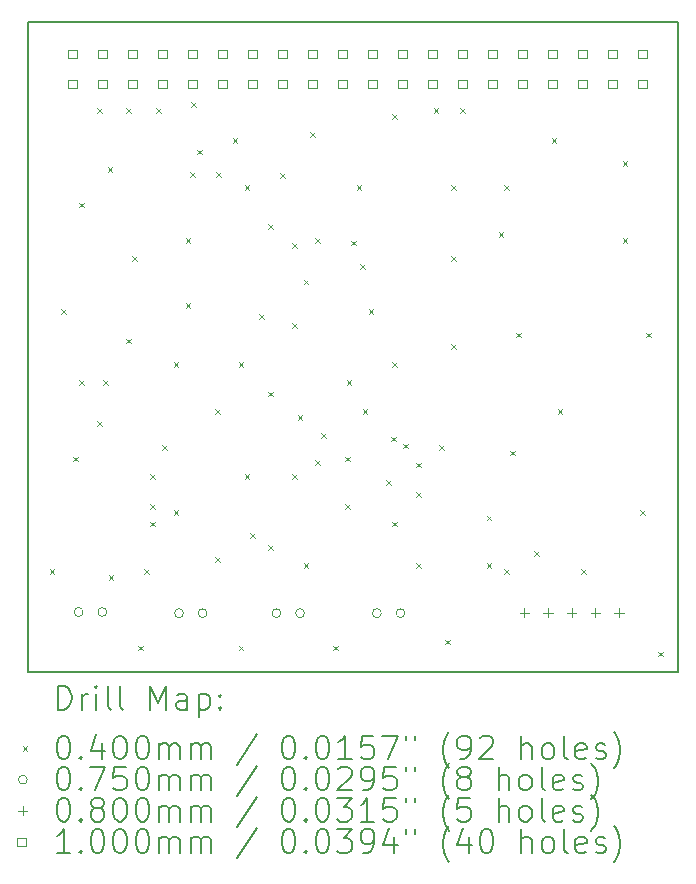
<source format=gbr>
%TF.GenerationSoftware,KiCad,Pcbnew,8.0.2*%
%TF.CreationDate,2024-05-11T12:15:39-06:00*%
%TF.ProjectId,PCB_Project,5043425f-5072-46f6-9a65-63742e6b6963,rev?*%
%TF.SameCoordinates,Original*%
%TF.FileFunction,Drillmap*%
%TF.FilePolarity,Positive*%
%FSLAX45Y45*%
G04 Gerber Fmt 4.5, Leading zero omitted, Abs format (unit mm)*
G04 Created by KiCad (PCBNEW 8.0.2) date 2024-05-11 12:15:39*
%MOMM*%
%LPD*%
G01*
G04 APERTURE LIST*
%ADD10C,0.200000*%
%ADD11C,0.100000*%
G04 APERTURE END LIST*
D10*
X11350000Y-5750000D02*
X16850000Y-5750000D01*
X16850000Y-11250000D01*
X11350000Y-11250000D01*
X11350000Y-5750000D01*
D11*
X11530000Y-10380000D02*
X11570000Y-10420000D01*
X11570000Y-10380000D02*
X11530000Y-10420000D01*
X11630000Y-8180000D02*
X11670000Y-8220000D01*
X11670000Y-8180000D02*
X11630000Y-8220000D01*
X11730000Y-9430000D02*
X11770000Y-9470000D01*
X11770000Y-9430000D02*
X11730000Y-9470000D01*
X11780000Y-7280000D02*
X11820000Y-7320000D01*
X11820000Y-7280000D02*
X11780000Y-7320000D01*
X11780000Y-8780000D02*
X11820000Y-8820000D01*
X11820000Y-8780000D02*
X11780000Y-8820000D01*
X11930000Y-6480000D02*
X11970000Y-6520000D01*
X11970000Y-6480000D02*
X11930000Y-6520000D01*
X11930000Y-9130000D02*
X11970000Y-9170000D01*
X11970000Y-9130000D02*
X11930000Y-9170000D01*
X11980000Y-8780000D02*
X12020000Y-8820000D01*
X12020000Y-8780000D02*
X11980000Y-8820000D01*
X12020000Y-6980000D02*
X12060000Y-7020000D01*
X12060000Y-6980000D02*
X12020000Y-7020000D01*
X12030000Y-10430000D02*
X12070000Y-10470000D01*
X12070000Y-10430000D02*
X12030000Y-10470000D01*
X12180000Y-6480000D02*
X12220000Y-6520000D01*
X12220000Y-6480000D02*
X12180000Y-6520000D01*
X12180000Y-8430000D02*
X12220000Y-8470000D01*
X12220000Y-8430000D02*
X12180000Y-8470000D01*
X12230000Y-7730000D02*
X12270000Y-7770000D01*
X12270000Y-7730000D02*
X12230000Y-7770000D01*
X12280000Y-11030000D02*
X12320000Y-11070000D01*
X12320000Y-11030000D02*
X12280000Y-11070000D01*
X12330000Y-10380000D02*
X12370000Y-10420000D01*
X12370000Y-10380000D02*
X12330000Y-10420000D01*
X12380000Y-9580000D02*
X12420000Y-9620000D01*
X12420000Y-9580000D02*
X12380000Y-9620000D01*
X12380000Y-9830000D02*
X12420000Y-9870000D01*
X12420000Y-9830000D02*
X12380000Y-9870000D01*
X12380000Y-9980000D02*
X12420000Y-10020000D01*
X12420000Y-9980000D02*
X12380000Y-10020000D01*
X12430000Y-6480000D02*
X12470000Y-6520000D01*
X12470000Y-6480000D02*
X12430000Y-6520000D01*
X12480000Y-9330000D02*
X12520000Y-9370000D01*
X12520000Y-9330000D02*
X12480000Y-9370000D01*
X12580000Y-8630000D02*
X12620000Y-8670000D01*
X12620000Y-8630000D02*
X12580000Y-8670000D01*
X12580000Y-9880000D02*
X12620000Y-9920000D01*
X12620000Y-9880000D02*
X12580000Y-9920000D01*
X12680000Y-7580000D02*
X12720000Y-7620000D01*
X12720000Y-7580000D02*
X12680000Y-7620000D01*
X12680000Y-8130000D02*
X12720000Y-8170000D01*
X12720000Y-8130000D02*
X12680000Y-8170000D01*
X12720000Y-7020000D02*
X12760000Y-7060000D01*
X12760000Y-7020000D02*
X12720000Y-7060000D01*
X12730000Y-6430000D02*
X12770000Y-6470000D01*
X12770000Y-6430000D02*
X12730000Y-6470000D01*
X12780000Y-6830000D02*
X12820000Y-6870000D01*
X12820000Y-6830000D02*
X12780000Y-6870000D01*
X12930000Y-9030000D02*
X12970000Y-9070000D01*
X12970000Y-9030000D02*
X12930000Y-9070000D01*
X12930000Y-10280000D02*
X12970000Y-10320000D01*
X12970000Y-10280000D02*
X12930000Y-10320000D01*
X12940000Y-7020000D02*
X12980000Y-7060000D01*
X12980000Y-7020000D02*
X12940000Y-7060000D01*
X13080000Y-6730000D02*
X13120000Y-6770000D01*
X13120000Y-6730000D02*
X13080000Y-6770000D01*
X13130000Y-8630000D02*
X13170000Y-8670000D01*
X13170000Y-8630000D02*
X13130000Y-8670000D01*
X13130000Y-11030000D02*
X13170000Y-11070000D01*
X13170000Y-11030000D02*
X13130000Y-11070000D01*
X13180000Y-7130000D02*
X13220000Y-7170000D01*
X13220000Y-7130000D02*
X13180000Y-7170000D01*
X13180000Y-9580000D02*
X13220000Y-9620000D01*
X13220000Y-9580000D02*
X13180000Y-9620000D01*
X13230000Y-10080000D02*
X13270000Y-10120000D01*
X13270000Y-10080000D02*
X13230000Y-10120000D01*
X13304880Y-8222150D02*
X13344880Y-8262150D01*
X13344880Y-8222150D02*
X13304880Y-8262150D01*
X13380000Y-7460000D02*
X13420000Y-7500000D01*
X13420000Y-7460000D02*
X13380000Y-7500000D01*
X13380000Y-8880000D02*
X13420000Y-8920000D01*
X13420000Y-8880000D02*
X13380000Y-8920000D01*
X13380000Y-10180000D02*
X13420000Y-10220000D01*
X13420000Y-10180000D02*
X13380000Y-10220000D01*
X13480000Y-7030000D02*
X13520000Y-7070000D01*
X13520000Y-7030000D02*
X13480000Y-7070000D01*
X13580000Y-7620000D02*
X13620000Y-7660000D01*
X13620000Y-7620000D02*
X13580000Y-7660000D01*
X13580000Y-8300000D02*
X13620000Y-8340000D01*
X13620000Y-8300000D02*
X13580000Y-8340000D01*
X13580000Y-9580000D02*
X13620000Y-9620000D01*
X13620000Y-9580000D02*
X13580000Y-9620000D01*
X13630000Y-9080000D02*
X13670000Y-9120000D01*
X13670000Y-9080000D02*
X13630000Y-9120000D01*
X13680000Y-7930000D02*
X13720000Y-7970000D01*
X13720000Y-7930000D02*
X13680000Y-7970000D01*
X13680000Y-10330000D02*
X13720000Y-10370000D01*
X13720000Y-10330000D02*
X13680000Y-10370000D01*
X13736000Y-6680000D02*
X13776000Y-6720000D01*
X13776000Y-6680000D02*
X13736000Y-6720000D01*
X13780000Y-7580000D02*
X13820000Y-7620000D01*
X13820000Y-7580000D02*
X13780000Y-7620000D01*
X13780000Y-9460000D02*
X13820000Y-9500000D01*
X13820000Y-9460000D02*
X13780000Y-9500000D01*
X13830000Y-9230000D02*
X13870000Y-9270000D01*
X13870000Y-9230000D02*
X13830000Y-9270000D01*
X13930000Y-11030000D02*
X13970000Y-11070000D01*
X13970000Y-11030000D02*
X13930000Y-11070000D01*
X14030000Y-9430000D02*
X14070000Y-9470000D01*
X14070000Y-9430000D02*
X14030000Y-9470000D01*
X14030000Y-9830000D02*
X14070000Y-9870000D01*
X14070000Y-9830000D02*
X14030000Y-9870000D01*
X14044070Y-8783410D02*
X14084070Y-8823410D01*
X14084070Y-8783410D02*
X14044070Y-8823410D01*
X14080000Y-7600000D02*
X14120000Y-7640000D01*
X14120000Y-7600000D02*
X14080000Y-7640000D01*
X14130000Y-7130000D02*
X14170000Y-7170000D01*
X14170000Y-7130000D02*
X14130000Y-7170000D01*
X14160000Y-7800000D02*
X14200000Y-7840000D01*
X14200000Y-7800000D02*
X14160000Y-7840000D01*
X14180000Y-9030000D02*
X14220000Y-9070000D01*
X14220000Y-9030000D02*
X14180000Y-9070000D01*
X14230000Y-8180000D02*
X14270000Y-8220000D01*
X14270000Y-8180000D02*
X14230000Y-8220000D01*
X14380000Y-9630000D02*
X14420000Y-9670000D01*
X14420000Y-9630000D02*
X14380000Y-9670000D01*
X14420000Y-9260000D02*
X14460000Y-9300000D01*
X14460000Y-9260000D02*
X14420000Y-9300000D01*
X14430000Y-6530000D02*
X14470000Y-6570000D01*
X14470000Y-6530000D02*
X14430000Y-6570000D01*
X14430000Y-8630000D02*
X14470000Y-8670000D01*
X14470000Y-8630000D02*
X14430000Y-8670000D01*
X14430000Y-9980000D02*
X14470000Y-10020000D01*
X14470000Y-9980000D02*
X14430000Y-10020000D01*
X14520000Y-9320000D02*
X14560000Y-9360000D01*
X14560000Y-9320000D02*
X14520000Y-9360000D01*
X14630000Y-9480000D02*
X14670000Y-9520000D01*
X14670000Y-9480000D02*
X14630000Y-9520000D01*
X14630000Y-9730000D02*
X14670000Y-9770000D01*
X14670000Y-9730000D02*
X14630000Y-9770000D01*
X14630000Y-10330000D02*
X14670000Y-10370000D01*
X14670000Y-10330000D02*
X14630000Y-10370000D01*
X14780000Y-6480000D02*
X14820000Y-6520000D01*
X14820000Y-6480000D02*
X14780000Y-6520000D01*
X14830000Y-9330000D02*
X14870000Y-9370000D01*
X14870000Y-9330000D02*
X14830000Y-9370000D01*
X14880000Y-10980000D02*
X14920000Y-11020000D01*
X14920000Y-10980000D02*
X14880000Y-11020000D01*
X14930000Y-7130000D02*
X14970000Y-7170000D01*
X14970000Y-7130000D02*
X14930000Y-7170000D01*
X14930000Y-7730000D02*
X14970000Y-7770000D01*
X14970000Y-7730000D02*
X14930000Y-7770000D01*
X14930000Y-8480000D02*
X14970000Y-8520000D01*
X14970000Y-8480000D02*
X14930000Y-8520000D01*
X15005000Y-6480000D02*
X15045000Y-6520000D01*
X15045000Y-6480000D02*
X15005000Y-6520000D01*
X15230000Y-9930000D02*
X15270000Y-9970000D01*
X15270000Y-9930000D02*
X15230000Y-9970000D01*
X15230000Y-10330000D02*
X15270000Y-10370000D01*
X15270000Y-10330000D02*
X15230000Y-10370000D01*
X15330000Y-7530000D02*
X15370000Y-7570000D01*
X15370000Y-7530000D02*
X15330000Y-7570000D01*
X15380000Y-7130000D02*
X15420000Y-7170000D01*
X15420000Y-7130000D02*
X15380000Y-7170000D01*
X15380000Y-10380000D02*
X15420000Y-10420000D01*
X15420000Y-10380000D02*
X15380000Y-10420000D01*
X15430000Y-9380000D02*
X15470000Y-9420000D01*
X15470000Y-9380000D02*
X15430000Y-9420000D01*
X15480000Y-8380000D02*
X15520000Y-8420000D01*
X15520000Y-8380000D02*
X15480000Y-8420000D01*
X15630000Y-10230000D02*
X15670000Y-10270000D01*
X15670000Y-10230000D02*
X15630000Y-10270000D01*
X15780000Y-6730000D02*
X15820000Y-6770000D01*
X15820000Y-6730000D02*
X15780000Y-6770000D01*
X15830000Y-9030000D02*
X15870000Y-9070000D01*
X15870000Y-9030000D02*
X15830000Y-9070000D01*
X16030000Y-10380000D02*
X16070000Y-10420000D01*
X16070000Y-10380000D02*
X16030000Y-10420000D01*
X16380000Y-6930000D02*
X16420000Y-6970000D01*
X16420000Y-6930000D02*
X16380000Y-6970000D01*
X16380000Y-7580000D02*
X16420000Y-7620000D01*
X16420000Y-7580000D02*
X16380000Y-7620000D01*
X16530000Y-9880000D02*
X16570000Y-9920000D01*
X16570000Y-9880000D02*
X16530000Y-9920000D01*
X16580000Y-8380000D02*
X16620000Y-8420000D01*
X16620000Y-8380000D02*
X16580000Y-8420000D01*
X16680000Y-11080000D02*
X16720000Y-11120000D01*
X16720000Y-11080000D02*
X16680000Y-11120000D01*
X11812500Y-10745000D02*
G75*
G02*
X11737500Y-10745000I-37500J0D01*
G01*
X11737500Y-10745000D02*
G75*
G02*
X11812500Y-10745000I37500J0D01*
G01*
X12012500Y-10745000D02*
G75*
G02*
X11937500Y-10745000I-37500J0D01*
G01*
X11937500Y-10745000D02*
G75*
G02*
X12012500Y-10745000I37500J0D01*
G01*
X12662500Y-10755000D02*
G75*
G02*
X12587500Y-10755000I-37500J0D01*
G01*
X12587500Y-10755000D02*
G75*
G02*
X12662500Y-10755000I37500J0D01*
G01*
X12862500Y-10755000D02*
G75*
G02*
X12787500Y-10755000I-37500J0D01*
G01*
X12787500Y-10755000D02*
G75*
G02*
X12862500Y-10755000I37500J0D01*
G01*
X13487500Y-10755000D02*
G75*
G02*
X13412500Y-10755000I-37500J0D01*
G01*
X13412500Y-10755000D02*
G75*
G02*
X13487500Y-10755000I37500J0D01*
G01*
X13687500Y-10755000D02*
G75*
G02*
X13612500Y-10755000I-37500J0D01*
G01*
X13612500Y-10755000D02*
G75*
G02*
X13687500Y-10755000I37500J0D01*
G01*
X14337500Y-10755000D02*
G75*
G02*
X14262500Y-10755000I-37500J0D01*
G01*
X14262500Y-10755000D02*
G75*
G02*
X14337500Y-10755000I37500J0D01*
G01*
X14537500Y-10755000D02*
G75*
G02*
X14462500Y-10755000I-37500J0D01*
G01*
X14462500Y-10755000D02*
G75*
G02*
X14537500Y-10755000I37500J0D01*
G01*
X15550000Y-10710000D02*
X15550000Y-10790000D01*
X15510000Y-10750000D02*
X15590000Y-10750000D01*
X15750000Y-10710000D02*
X15750000Y-10790000D01*
X15710000Y-10750000D02*
X15790000Y-10750000D01*
X15950000Y-10710000D02*
X15950000Y-10790000D01*
X15910000Y-10750000D02*
X15990000Y-10750000D01*
X16150000Y-10710000D02*
X16150000Y-10790000D01*
X16110000Y-10750000D02*
X16190000Y-10750000D01*
X16350000Y-10710000D02*
X16350000Y-10790000D01*
X16310000Y-10750000D02*
X16390000Y-10750000D01*
X11759356Y-6055356D02*
X11759356Y-5984644D01*
X11688644Y-5984644D01*
X11688644Y-6055356D01*
X11759356Y-6055356D01*
X11759356Y-6309356D02*
X11759356Y-6238644D01*
X11688644Y-6238644D01*
X11688644Y-6309356D01*
X11759356Y-6309356D01*
X12013356Y-6055356D02*
X12013356Y-5984644D01*
X11942644Y-5984644D01*
X11942644Y-6055356D01*
X12013356Y-6055356D01*
X12013356Y-6309356D02*
X12013356Y-6238644D01*
X11942644Y-6238644D01*
X11942644Y-6309356D01*
X12013356Y-6309356D01*
X12267356Y-6055356D02*
X12267356Y-5984644D01*
X12196644Y-5984644D01*
X12196644Y-6055356D01*
X12267356Y-6055356D01*
X12267356Y-6309356D02*
X12267356Y-6238644D01*
X12196644Y-6238644D01*
X12196644Y-6309356D01*
X12267356Y-6309356D01*
X12521356Y-6055356D02*
X12521356Y-5984644D01*
X12450644Y-5984644D01*
X12450644Y-6055356D01*
X12521356Y-6055356D01*
X12521356Y-6309356D02*
X12521356Y-6238644D01*
X12450644Y-6238644D01*
X12450644Y-6309356D01*
X12521356Y-6309356D01*
X12775356Y-6055356D02*
X12775356Y-5984644D01*
X12704644Y-5984644D01*
X12704644Y-6055356D01*
X12775356Y-6055356D01*
X12775356Y-6309356D02*
X12775356Y-6238644D01*
X12704644Y-6238644D01*
X12704644Y-6309356D01*
X12775356Y-6309356D01*
X13029356Y-6055356D02*
X13029356Y-5984644D01*
X12958644Y-5984644D01*
X12958644Y-6055356D01*
X13029356Y-6055356D01*
X13029356Y-6309356D02*
X13029356Y-6238644D01*
X12958644Y-6238644D01*
X12958644Y-6309356D01*
X13029356Y-6309356D01*
X13283356Y-6055356D02*
X13283356Y-5984644D01*
X13212644Y-5984644D01*
X13212644Y-6055356D01*
X13283356Y-6055356D01*
X13283356Y-6309356D02*
X13283356Y-6238644D01*
X13212644Y-6238644D01*
X13212644Y-6309356D01*
X13283356Y-6309356D01*
X13537356Y-6055356D02*
X13537356Y-5984644D01*
X13466644Y-5984644D01*
X13466644Y-6055356D01*
X13537356Y-6055356D01*
X13537356Y-6309356D02*
X13537356Y-6238644D01*
X13466644Y-6238644D01*
X13466644Y-6309356D01*
X13537356Y-6309356D01*
X13791356Y-6055356D02*
X13791356Y-5984644D01*
X13720644Y-5984644D01*
X13720644Y-6055356D01*
X13791356Y-6055356D01*
X13791356Y-6309356D02*
X13791356Y-6238644D01*
X13720644Y-6238644D01*
X13720644Y-6309356D01*
X13791356Y-6309356D01*
X14045356Y-6055356D02*
X14045356Y-5984644D01*
X13974644Y-5984644D01*
X13974644Y-6055356D01*
X14045356Y-6055356D01*
X14045356Y-6309356D02*
X14045356Y-6238644D01*
X13974644Y-6238644D01*
X13974644Y-6309356D01*
X14045356Y-6309356D01*
X14299356Y-6055356D02*
X14299356Y-5984644D01*
X14228644Y-5984644D01*
X14228644Y-6055356D01*
X14299356Y-6055356D01*
X14299356Y-6309356D02*
X14299356Y-6238644D01*
X14228644Y-6238644D01*
X14228644Y-6309356D01*
X14299356Y-6309356D01*
X14553356Y-6055356D02*
X14553356Y-5984644D01*
X14482644Y-5984644D01*
X14482644Y-6055356D01*
X14553356Y-6055356D01*
X14553356Y-6309356D02*
X14553356Y-6238644D01*
X14482644Y-6238644D01*
X14482644Y-6309356D01*
X14553356Y-6309356D01*
X14807356Y-6055356D02*
X14807356Y-5984644D01*
X14736644Y-5984644D01*
X14736644Y-6055356D01*
X14807356Y-6055356D01*
X14807356Y-6309356D02*
X14807356Y-6238644D01*
X14736644Y-6238644D01*
X14736644Y-6309356D01*
X14807356Y-6309356D01*
X15061356Y-6055356D02*
X15061356Y-5984644D01*
X14990644Y-5984644D01*
X14990644Y-6055356D01*
X15061356Y-6055356D01*
X15061356Y-6309356D02*
X15061356Y-6238644D01*
X14990644Y-6238644D01*
X14990644Y-6309356D01*
X15061356Y-6309356D01*
X15315356Y-6055356D02*
X15315356Y-5984644D01*
X15244644Y-5984644D01*
X15244644Y-6055356D01*
X15315356Y-6055356D01*
X15315356Y-6309356D02*
X15315356Y-6238644D01*
X15244644Y-6238644D01*
X15244644Y-6309356D01*
X15315356Y-6309356D01*
X15569356Y-6055356D02*
X15569356Y-5984644D01*
X15498644Y-5984644D01*
X15498644Y-6055356D01*
X15569356Y-6055356D01*
X15569356Y-6309356D02*
X15569356Y-6238644D01*
X15498644Y-6238644D01*
X15498644Y-6309356D01*
X15569356Y-6309356D01*
X15823356Y-6055356D02*
X15823356Y-5984644D01*
X15752644Y-5984644D01*
X15752644Y-6055356D01*
X15823356Y-6055356D01*
X15823356Y-6309356D02*
X15823356Y-6238644D01*
X15752644Y-6238644D01*
X15752644Y-6309356D01*
X15823356Y-6309356D01*
X16077356Y-6055356D02*
X16077356Y-5984644D01*
X16006644Y-5984644D01*
X16006644Y-6055356D01*
X16077356Y-6055356D01*
X16077356Y-6309356D02*
X16077356Y-6238644D01*
X16006644Y-6238644D01*
X16006644Y-6309356D01*
X16077356Y-6309356D01*
X16331356Y-6055356D02*
X16331356Y-5984644D01*
X16260644Y-5984644D01*
X16260644Y-6055356D01*
X16331356Y-6055356D01*
X16331356Y-6309356D02*
X16331356Y-6238644D01*
X16260644Y-6238644D01*
X16260644Y-6309356D01*
X16331356Y-6309356D01*
X16585356Y-6055356D02*
X16585356Y-5984644D01*
X16514644Y-5984644D01*
X16514644Y-6055356D01*
X16585356Y-6055356D01*
X16585356Y-6309356D02*
X16585356Y-6238644D01*
X16514644Y-6238644D01*
X16514644Y-6309356D01*
X16585356Y-6309356D01*
D10*
X11600777Y-11571484D02*
X11600777Y-11371484D01*
X11600777Y-11371484D02*
X11648396Y-11371484D01*
X11648396Y-11371484D02*
X11676967Y-11381008D01*
X11676967Y-11381008D02*
X11696015Y-11400055D01*
X11696015Y-11400055D02*
X11705539Y-11419103D01*
X11705539Y-11419103D02*
X11715062Y-11457198D01*
X11715062Y-11457198D02*
X11715062Y-11485769D01*
X11715062Y-11485769D02*
X11705539Y-11523865D01*
X11705539Y-11523865D02*
X11696015Y-11542912D01*
X11696015Y-11542912D02*
X11676967Y-11561960D01*
X11676967Y-11561960D02*
X11648396Y-11571484D01*
X11648396Y-11571484D02*
X11600777Y-11571484D01*
X11800777Y-11571484D02*
X11800777Y-11438150D01*
X11800777Y-11476246D02*
X11810301Y-11457198D01*
X11810301Y-11457198D02*
X11819824Y-11447674D01*
X11819824Y-11447674D02*
X11838872Y-11438150D01*
X11838872Y-11438150D02*
X11857920Y-11438150D01*
X11924586Y-11571484D02*
X11924586Y-11438150D01*
X11924586Y-11371484D02*
X11915062Y-11381008D01*
X11915062Y-11381008D02*
X11924586Y-11390531D01*
X11924586Y-11390531D02*
X11934110Y-11381008D01*
X11934110Y-11381008D02*
X11924586Y-11371484D01*
X11924586Y-11371484D02*
X11924586Y-11390531D01*
X12048396Y-11571484D02*
X12029348Y-11561960D01*
X12029348Y-11561960D02*
X12019824Y-11542912D01*
X12019824Y-11542912D02*
X12019824Y-11371484D01*
X12153158Y-11571484D02*
X12134110Y-11561960D01*
X12134110Y-11561960D02*
X12124586Y-11542912D01*
X12124586Y-11542912D02*
X12124586Y-11371484D01*
X12381729Y-11571484D02*
X12381729Y-11371484D01*
X12381729Y-11371484D02*
X12448396Y-11514341D01*
X12448396Y-11514341D02*
X12515062Y-11371484D01*
X12515062Y-11371484D02*
X12515062Y-11571484D01*
X12696015Y-11571484D02*
X12696015Y-11466722D01*
X12696015Y-11466722D02*
X12686491Y-11447674D01*
X12686491Y-11447674D02*
X12667443Y-11438150D01*
X12667443Y-11438150D02*
X12629348Y-11438150D01*
X12629348Y-11438150D02*
X12610301Y-11447674D01*
X12696015Y-11561960D02*
X12676967Y-11571484D01*
X12676967Y-11571484D02*
X12629348Y-11571484D01*
X12629348Y-11571484D02*
X12610301Y-11561960D01*
X12610301Y-11561960D02*
X12600777Y-11542912D01*
X12600777Y-11542912D02*
X12600777Y-11523865D01*
X12600777Y-11523865D02*
X12610301Y-11504817D01*
X12610301Y-11504817D02*
X12629348Y-11495293D01*
X12629348Y-11495293D02*
X12676967Y-11495293D01*
X12676967Y-11495293D02*
X12696015Y-11485769D01*
X12791253Y-11438150D02*
X12791253Y-11638150D01*
X12791253Y-11447674D02*
X12810301Y-11438150D01*
X12810301Y-11438150D02*
X12848396Y-11438150D01*
X12848396Y-11438150D02*
X12867443Y-11447674D01*
X12867443Y-11447674D02*
X12876967Y-11457198D01*
X12876967Y-11457198D02*
X12886491Y-11476246D01*
X12886491Y-11476246D02*
X12886491Y-11533388D01*
X12886491Y-11533388D02*
X12876967Y-11552436D01*
X12876967Y-11552436D02*
X12867443Y-11561960D01*
X12867443Y-11561960D02*
X12848396Y-11571484D01*
X12848396Y-11571484D02*
X12810301Y-11571484D01*
X12810301Y-11571484D02*
X12791253Y-11561960D01*
X12972205Y-11552436D02*
X12981729Y-11561960D01*
X12981729Y-11561960D02*
X12972205Y-11571484D01*
X12972205Y-11571484D02*
X12962682Y-11561960D01*
X12962682Y-11561960D02*
X12972205Y-11552436D01*
X12972205Y-11552436D02*
X12972205Y-11571484D01*
X12972205Y-11447674D02*
X12981729Y-11457198D01*
X12981729Y-11457198D02*
X12972205Y-11466722D01*
X12972205Y-11466722D02*
X12962682Y-11457198D01*
X12962682Y-11457198D02*
X12972205Y-11447674D01*
X12972205Y-11447674D02*
X12972205Y-11466722D01*
D11*
X11300000Y-11880000D02*
X11340000Y-11920000D01*
X11340000Y-11880000D02*
X11300000Y-11920000D01*
D10*
X11638872Y-11791484D02*
X11657920Y-11791484D01*
X11657920Y-11791484D02*
X11676967Y-11801008D01*
X11676967Y-11801008D02*
X11686491Y-11810531D01*
X11686491Y-11810531D02*
X11696015Y-11829579D01*
X11696015Y-11829579D02*
X11705539Y-11867674D01*
X11705539Y-11867674D02*
X11705539Y-11915293D01*
X11705539Y-11915293D02*
X11696015Y-11953388D01*
X11696015Y-11953388D02*
X11686491Y-11972436D01*
X11686491Y-11972436D02*
X11676967Y-11981960D01*
X11676967Y-11981960D02*
X11657920Y-11991484D01*
X11657920Y-11991484D02*
X11638872Y-11991484D01*
X11638872Y-11991484D02*
X11619824Y-11981960D01*
X11619824Y-11981960D02*
X11610301Y-11972436D01*
X11610301Y-11972436D02*
X11600777Y-11953388D01*
X11600777Y-11953388D02*
X11591253Y-11915293D01*
X11591253Y-11915293D02*
X11591253Y-11867674D01*
X11591253Y-11867674D02*
X11600777Y-11829579D01*
X11600777Y-11829579D02*
X11610301Y-11810531D01*
X11610301Y-11810531D02*
X11619824Y-11801008D01*
X11619824Y-11801008D02*
X11638872Y-11791484D01*
X11791253Y-11972436D02*
X11800777Y-11981960D01*
X11800777Y-11981960D02*
X11791253Y-11991484D01*
X11791253Y-11991484D02*
X11781729Y-11981960D01*
X11781729Y-11981960D02*
X11791253Y-11972436D01*
X11791253Y-11972436D02*
X11791253Y-11991484D01*
X11972205Y-11858150D02*
X11972205Y-11991484D01*
X11924586Y-11781960D02*
X11876967Y-11924817D01*
X11876967Y-11924817D02*
X12000777Y-11924817D01*
X12115062Y-11791484D02*
X12134110Y-11791484D01*
X12134110Y-11791484D02*
X12153158Y-11801008D01*
X12153158Y-11801008D02*
X12162682Y-11810531D01*
X12162682Y-11810531D02*
X12172205Y-11829579D01*
X12172205Y-11829579D02*
X12181729Y-11867674D01*
X12181729Y-11867674D02*
X12181729Y-11915293D01*
X12181729Y-11915293D02*
X12172205Y-11953388D01*
X12172205Y-11953388D02*
X12162682Y-11972436D01*
X12162682Y-11972436D02*
X12153158Y-11981960D01*
X12153158Y-11981960D02*
X12134110Y-11991484D01*
X12134110Y-11991484D02*
X12115062Y-11991484D01*
X12115062Y-11991484D02*
X12096015Y-11981960D01*
X12096015Y-11981960D02*
X12086491Y-11972436D01*
X12086491Y-11972436D02*
X12076967Y-11953388D01*
X12076967Y-11953388D02*
X12067443Y-11915293D01*
X12067443Y-11915293D02*
X12067443Y-11867674D01*
X12067443Y-11867674D02*
X12076967Y-11829579D01*
X12076967Y-11829579D02*
X12086491Y-11810531D01*
X12086491Y-11810531D02*
X12096015Y-11801008D01*
X12096015Y-11801008D02*
X12115062Y-11791484D01*
X12305539Y-11791484D02*
X12324586Y-11791484D01*
X12324586Y-11791484D02*
X12343634Y-11801008D01*
X12343634Y-11801008D02*
X12353158Y-11810531D01*
X12353158Y-11810531D02*
X12362682Y-11829579D01*
X12362682Y-11829579D02*
X12372205Y-11867674D01*
X12372205Y-11867674D02*
X12372205Y-11915293D01*
X12372205Y-11915293D02*
X12362682Y-11953388D01*
X12362682Y-11953388D02*
X12353158Y-11972436D01*
X12353158Y-11972436D02*
X12343634Y-11981960D01*
X12343634Y-11981960D02*
X12324586Y-11991484D01*
X12324586Y-11991484D02*
X12305539Y-11991484D01*
X12305539Y-11991484D02*
X12286491Y-11981960D01*
X12286491Y-11981960D02*
X12276967Y-11972436D01*
X12276967Y-11972436D02*
X12267443Y-11953388D01*
X12267443Y-11953388D02*
X12257920Y-11915293D01*
X12257920Y-11915293D02*
X12257920Y-11867674D01*
X12257920Y-11867674D02*
X12267443Y-11829579D01*
X12267443Y-11829579D02*
X12276967Y-11810531D01*
X12276967Y-11810531D02*
X12286491Y-11801008D01*
X12286491Y-11801008D02*
X12305539Y-11791484D01*
X12457920Y-11991484D02*
X12457920Y-11858150D01*
X12457920Y-11877198D02*
X12467443Y-11867674D01*
X12467443Y-11867674D02*
X12486491Y-11858150D01*
X12486491Y-11858150D02*
X12515063Y-11858150D01*
X12515063Y-11858150D02*
X12534110Y-11867674D01*
X12534110Y-11867674D02*
X12543634Y-11886722D01*
X12543634Y-11886722D02*
X12543634Y-11991484D01*
X12543634Y-11886722D02*
X12553158Y-11867674D01*
X12553158Y-11867674D02*
X12572205Y-11858150D01*
X12572205Y-11858150D02*
X12600777Y-11858150D01*
X12600777Y-11858150D02*
X12619824Y-11867674D01*
X12619824Y-11867674D02*
X12629348Y-11886722D01*
X12629348Y-11886722D02*
X12629348Y-11991484D01*
X12724586Y-11991484D02*
X12724586Y-11858150D01*
X12724586Y-11877198D02*
X12734110Y-11867674D01*
X12734110Y-11867674D02*
X12753158Y-11858150D01*
X12753158Y-11858150D02*
X12781729Y-11858150D01*
X12781729Y-11858150D02*
X12800777Y-11867674D01*
X12800777Y-11867674D02*
X12810301Y-11886722D01*
X12810301Y-11886722D02*
X12810301Y-11991484D01*
X12810301Y-11886722D02*
X12819824Y-11867674D01*
X12819824Y-11867674D02*
X12838872Y-11858150D01*
X12838872Y-11858150D02*
X12867443Y-11858150D01*
X12867443Y-11858150D02*
X12886491Y-11867674D01*
X12886491Y-11867674D02*
X12896015Y-11886722D01*
X12896015Y-11886722D02*
X12896015Y-11991484D01*
X13286491Y-11781960D02*
X13115063Y-12039103D01*
X13543634Y-11791484D02*
X13562682Y-11791484D01*
X13562682Y-11791484D02*
X13581729Y-11801008D01*
X13581729Y-11801008D02*
X13591253Y-11810531D01*
X13591253Y-11810531D02*
X13600777Y-11829579D01*
X13600777Y-11829579D02*
X13610301Y-11867674D01*
X13610301Y-11867674D02*
X13610301Y-11915293D01*
X13610301Y-11915293D02*
X13600777Y-11953388D01*
X13600777Y-11953388D02*
X13591253Y-11972436D01*
X13591253Y-11972436D02*
X13581729Y-11981960D01*
X13581729Y-11981960D02*
X13562682Y-11991484D01*
X13562682Y-11991484D02*
X13543634Y-11991484D01*
X13543634Y-11991484D02*
X13524586Y-11981960D01*
X13524586Y-11981960D02*
X13515063Y-11972436D01*
X13515063Y-11972436D02*
X13505539Y-11953388D01*
X13505539Y-11953388D02*
X13496015Y-11915293D01*
X13496015Y-11915293D02*
X13496015Y-11867674D01*
X13496015Y-11867674D02*
X13505539Y-11829579D01*
X13505539Y-11829579D02*
X13515063Y-11810531D01*
X13515063Y-11810531D02*
X13524586Y-11801008D01*
X13524586Y-11801008D02*
X13543634Y-11791484D01*
X13696015Y-11972436D02*
X13705539Y-11981960D01*
X13705539Y-11981960D02*
X13696015Y-11991484D01*
X13696015Y-11991484D02*
X13686491Y-11981960D01*
X13686491Y-11981960D02*
X13696015Y-11972436D01*
X13696015Y-11972436D02*
X13696015Y-11991484D01*
X13829348Y-11791484D02*
X13848396Y-11791484D01*
X13848396Y-11791484D02*
X13867444Y-11801008D01*
X13867444Y-11801008D02*
X13876967Y-11810531D01*
X13876967Y-11810531D02*
X13886491Y-11829579D01*
X13886491Y-11829579D02*
X13896015Y-11867674D01*
X13896015Y-11867674D02*
X13896015Y-11915293D01*
X13896015Y-11915293D02*
X13886491Y-11953388D01*
X13886491Y-11953388D02*
X13876967Y-11972436D01*
X13876967Y-11972436D02*
X13867444Y-11981960D01*
X13867444Y-11981960D02*
X13848396Y-11991484D01*
X13848396Y-11991484D02*
X13829348Y-11991484D01*
X13829348Y-11991484D02*
X13810301Y-11981960D01*
X13810301Y-11981960D02*
X13800777Y-11972436D01*
X13800777Y-11972436D02*
X13791253Y-11953388D01*
X13791253Y-11953388D02*
X13781729Y-11915293D01*
X13781729Y-11915293D02*
X13781729Y-11867674D01*
X13781729Y-11867674D02*
X13791253Y-11829579D01*
X13791253Y-11829579D02*
X13800777Y-11810531D01*
X13800777Y-11810531D02*
X13810301Y-11801008D01*
X13810301Y-11801008D02*
X13829348Y-11791484D01*
X14086491Y-11991484D02*
X13972206Y-11991484D01*
X14029348Y-11991484D02*
X14029348Y-11791484D01*
X14029348Y-11791484D02*
X14010301Y-11820055D01*
X14010301Y-11820055D02*
X13991253Y-11839103D01*
X13991253Y-11839103D02*
X13972206Y-11848627D01*
X14267444Y-11791484D02*
X14172206Y-11791484D01*
X14172206Y-11791484D02*
X14162682Y-11886722D01*
X14162682Y-11886722D02*
X14172206Y-11877198D01*
X14172206Y-11877198D02*
X14191253Y-11867674D01*
X14191253Y-11867674D02*
X14238872Y-11867674D01*
X14238872Y-11867674D02*
X14257920Y-11877198D01*
X14257920Y-11877198D02*
X14267444Y-11886722D01*
X14267444Y-11886722D02*
X14276967Y-11905769D01*
X14276967Y-11905769D02*
X14276967Y-11953388D01*
X14276967Y-11953388D02*
X14267444Y-11972436D01*
X14267444Y-11972436D02*
X14257920Y-11981960D01*
X14257920Y-11981960D02*
X14238872Y-11991484D01*
X14238872Y-11991484D02*
X14191253Y-11991484D01*
X14191253Y-11991484D02*
X14172206Y-11981960D01*
X14172206Y-11981960D02*
X14162682Y-11972436D01*
X14343634Y-11791484D02*
X14476967Y-11791484D01*
X14476967Y-11791484D02*
X14391253Y-11991484D01*
X14543634Y-11791484D02*
X14543634Y-11829579D01*
X14619825Y-11791484D02*
X14619825Y-11829579D01*
X14915063Y-12067674D02*
X14905539Y-12058150D01*
X14905539Y-12058150D02*
X14886491Y-12029579D01*
X14886491Y-12029579D02*
X14876968Y-12010531D01*
X14876968Y-12010531D02*
X14867444Y-11981960D01*
X14867444Y-11981960D02*
X14857920Y-11934341D01*
X14857920Y-11934341D02*
X14857920Y-11896246D01*
X14857920Y-11896246D02*
X14867444Y-11848627D01*
X14867444Y-11848627D02*
X14876968Y-11820055D01*
X14876968Y-11820055D02*
X14886491Y-11801008D01*
X14886491Y-11801008D02*
X14905539Y-11772436D01*
X14905539Y-11772436D02*
X14915063Y-11762912D01*
X15000777Y-11991484D02*
X15038872Y-11991484D01*
X15038872Y-11991484D02*
X15057920Y-11981960D01*
X15057920Y-11981960D02*
X15067444Y-11972436D01*
X15067444Y-11972436D02*
X15086491Y-11943865D01*
X15086491Y-11943865D02*
X15096015Y-11905769D01*
X15096015Y-11905769D02*
X15096015Y-11829579D01*
X15096015Y-11829579D02*
X15086491Y-11810531D01*
X15086491Y-11810531D02*
X15076968Y-11801008D01*
X15076968Y-11801008D02*
X15057920Y-11791484D01*
X15057920Y-11791484D02*
X15019825Y-11791484D01*
X15019825Y-11791484D02*
X15000777Y-11801008D01*
X15000777Y-11801008D02*
X14991253Y-11810531D01*
X14991253Y-11810531D02*
X14981729Y-11829579D01*
X14981729Y-11829579D02*
X14981729Y-11877198D01*
X14981729Y-11877198D02*
X14991253Y-11896246D01*
X14991253Y-11896246D02*
X15000777Y-11905769D01*
X15000777Y-11905769D02*
X15019825Y-11915293D01*
X15019825Y-11915293D02*
X15057920Y-11915293D01*
X15057920Y-11915293D02*
X15076968Y-11905769D01*
X15076968Y-11905769D02*
X15086491Y-11896246D01*
X15086491Y-11896246D02*
X15096015Y-11877198D01*
X15172206Y-11810531D02*
X15181729Y-11801008D01*
X15181729Y-11801008D02*
X15200777Y-11791484D01*
X15200777Y-11791484D02*
X15248396Y-11791484D01*
X15248396Y-11791484D02*
X15267444Y-11801008D01*
X15267444Y-11801008D02*
X15276968Y-11810531D01*
X15276968Y-11810531D02*
X15286491Y-11829579D01*
X15286491Y-11829579D02*
X15286491Y-11848627D01*
X15286491Y-11848627D02*
X15276968Y-11877198D01*
X15276968Y-11877198D02*
X15162682Y-11991484D01*
X15162682Y-11991484D02*
X15286491Y-11991484D01*
X15524587Y-11991484D02*
X15524587Y-11791484D01*
X15610301Y-11991484D02*
X15610301Y-11886722D01*
X15610301Y-11886722D02*
X15600777Y-11867674D01*
X15600777Y-11867674D02*
X15581730Y-11858150D01*
X15581730Y-11858150D02*
X15553158Y-11858150D01*
X15553158Y-11858150D02*
X15534110Y-11867674D01*
X15534110Y-11867674D02*
X15524587Y-11877198D01*
X15734110Y-11991484D02*
X15715063Y-11981960D01*
X15715063Y-11981960D02*
X15705539Y-11972436D01*
X15705539Y-11972436D02*
X15696015Y-11953388D01*
X15696015Y-11953388D02*
X15696015Y-11896246D01*
X15696015Y-11896246D02*
X15705539Y-11877198D01*
X15705539Y-11877198D02*
X15715063Y-11867674D01*
X15715063Y-11867674D02*
X15734110Y-11858150D01*
X15734110Y-11858150D02*
X15762682Y-11858150D01*
X15762682Y-11858150D02*
X15781730Y-11867674D01*
X15781730Y-11867674D02*
X15791253Y-11877198D01*
X15791253Y-11877198D02*
X15800777Y-11896246D01*
X15800777Y-11896246D02*
X15800777Y-11953388D01*
X15800777Y-11953388D02*
X15791253Y-11972436D01*
X15791253Y-11972436D02*
X15781730Y-11981960D01*
X15781730Y-11981960D02*
X15762682Y-11991484D01*
X15762682Y-11991484D02*
X15734110Y-11991484D01*
X15915063Y-11991484D02*
X15896015Y-11981960D01*
X15896015Y-11981960D02*
X15886491Y-11962912D01*
X15886491Y-11962912D02*
X15886491Y-11791484D01*
X16067444Y-11981960D02*
X16048396Y-11991484D01*
X16048396Y-11991484D02*
X16010301Y-11991484D01*
X16010301Y-11991484D02*
X15991253Y-11981960D01*
X15991253Y-11981960D02*
X15981730Y-11962912D01*
X15981730Y-11962912D02*
X15981730Y-11886722D01*
X15981730Y-11886722D02*
X15991253Y-11867674D01*
X15991253Y-11867674D02*
X16010301Y-11858150D01*
X16010301Y-11858150D02*
X16048396Y-11858150D01*
X16048396Y-11858150D02*
X16067444Y-11867674D01*
X16067444Y-11867674D02*
X16076968Y-11886722D01*
X16076968Y-11886722D02*
X16076968Y-11905769D01*
X16076968Y-11905769D02*
X15981730Y-11924817D01*
X16153158Y-11981960D02*
X16172206Y-11991484D01*
X16172206Y-11991484D02*
X16210301Y-11991484D01*
X16210301Y-11991484D02*
X16229349Y-11981960D01*
X16229349Y-11981960D02*
X16238872Y-11962912D01*
X16238872Y-11962912D02*
X16238872Y-11953388D01*
X16238872Y-11953388D02*
X16229349Y-11934341D01*
X16229349Y-11934341D02*
X16210301Y-11924817D01*
X16210301Y-11924817D02*
X16181730Y-11924817D01*
X16181730Y-11924817D02*
X16162682Y-11915293D01*
X16162682Y-11915293D02*
X16153158Y-11896246D01*
X16153158Y-11896246D02*
X16153158Y-11886722D01*
X16153158Y-11886722D02*
X16162682Y-11867674D01*
X16162682Y-11867674D02*
X16181730Y-11858150D01*
X16181730Y-11858150D02*
X16210301Y-11858150D01*
X16210301Y-11858150D02*
X16229349Y-11867674D01*
X16305539Y-12067674D02*
X16315063Y-12058150D01*
X16315063Y-12058150D02*
X16334111Y-12029579D01*
X16334111Y-12029579D02*
X16343634Y-12010531D01*
X16343634Y-12010531D02*
X16353158Y-11981960D01*
X16353158Y-11981960D02*
X16362682Y-11934341D01*
X16362682Y-11934341D02*
X16362682Y-11896246D01*
X16362682Y-11896246D02*
X16353158Y-11848627D01*
X16353158Y-11848627D02*
X16343634Y-11820055D01*
X16343634Y-11820055D02*
X16334111Y-11801008D01*
X16334111Y-11801008D02*
X16315063Y-11772436D01*
X16315063Y-11772436D02*
X16305539Y-11762912D01*
D11*
X11340000Y-12164000D02*
G75*
G02*
X11265000Y-12164000I-37500J0D01*
G01*
X11265000Y-12164000D02*
G75*
G02*
X11340000Y-12164000I37500J0D01*
G01*
D10*
X11638872Y-12055484D02*
X11657920Y-12055484D01*
X11657920Y-12055484D02*
X11676967Y-12065008D01*
X11676967Y-12065008D02*
X11686491Y-12074531D01*
X11686491Y-12074531D02*
X11696015Y-12093579D01*
X11696015Y-12093579D02*
X11705539Y-12131674D01*
X11705539Y-12131674D02*
X11705539Y-12179293D01*
X11705539Y-12179293D02*
X11696015Y-12217388D01*
X11696015Y-12217388D02*
X11686491Y-12236436D01*
X11686491Y-12236436D02*
X11676967Y-12245960D01*
X11676967Y-12245960D02*
X11657920Y-12255484D01*
X11657920Y-12255484D02*
X11638872Y-12255484D01*
X11638872Y-12255484D02*
X11619824Y-12245960D01*
X11619824Y-12245960D02*
X11610301Y-12236436D01*
X11610301Y-12236436D02*
X11600777Y-12217388D01*
X11600777Y-12217388D02*
X11591253Y-12179293D01*
X11591253Y-12179293D02*
X11591253Y-12131674D01*
X11591253Y-12131674D02*
X11600777Y-12093579D01*
X11600777Y-12093579D02*
X11610301Y-12074531D01*
X11610301Y-12074531D02*
X11619824Y-12065008D01*
X11619824Y-12065008D02*
X11638872Y-12055484D01*
X11791253Y-12236436D02*
X11800777Y-12245960D01*
X11800777Y-12245960D02*
X11791253Y-12255484D01*
X11791253Y-12255484D02*
X11781729Y-12245960D01*
X11781729Y-12245960D02*
X11791253Y-12236436D01*
X11791253Y-12236436D02*
X11791253Y-12255484D01*
X11867443Y-12055484D02*
X12000777Y-12055484D01*
X12000777Y-12055484D02*
X11915062Y-12255484D01*
X12172205Y-12055484D02*
X12076967Y-12055484D01*
X12076967Y-12055484D02*
X12067443Y-12150722D01*
X12067443Y-12150722D02*
X12076967Y-12141198D01*
X12076967Y-12141198D02*
X12096015Y-12131674D01*
X12096015Y-12131674D02*
X12143634Y-12131674D01*
X12143634Y-12131674D02*
X12162682Y-12141198D01*
X12162682Y-12141198D02*
X12172205Y-12150722D01*
X12172205Y-12150722D02*
X12181729Y-12169769D01*
X12181729Y-12169769D02*
X12181729Y-12217388D01*
X12181729Y-12217388D02*
X12172205Y-12236436D01*
X12172205Y-12236436D02*
X12162682Y-12245960D01*
X12162682Y-12245960D02*
X12143634Y-12255484D01*
X12143634Y-12255484D02*
X12096015Y-12255484D01*
X12096015Y-12255484D02*
X12076967Y-12245960D01*
X12076967Y-12245960D02*
X12067443Y-12236436D01*
X12305539Y-12055484D02*
X12324586Y-12055484D01*
X12324586Y-12055484D02*
X12343634Y-12065008D01*
X12343634Y-12065008D02*
X12353158Y-12074531D01*
X12353158Y-12074531D02*
X12362682Y-12093579D01*
X12362682Y-12093579D02*
X12372205Y-12131674D01*
X12372205Y-12131674D02*
X12372205Y-12179293D01*
X12372205Y-12179293D02*
X12362682Y-12217388D01*
X12362682Y-12217388D02*
X12353158Y-12236436D01*
X12353158Y-12236436D02*
X12343634Y-12245960D01*
X12343634Y-12245960D02*
X12324586Y-12255484D01*
X12324586Y-12255484D02*
X12305539Y-12255484D01*
X12305539Y-12255484D02*
X12286491Y-12245960D01*
X12286491Y-12245960D02*
X12276967Y-12236436D01*
X12276967Y-12236436D02*
X12267443Y-12217388D01*
X12267443Y-12217388D02*
X12257920Y-12179293D01*
X12257920Y-12179293D02*
X12257920Y-12131674D01*
X12257920Y-12131674D02*
X12267443Y-12093579D01*
X12267443Y-12093579D02*
X12276967Y-12074531D01*
X12276967Y-12074531D02*
X12286491Y-12065008D01*
X12286491Y-12065008D02*
X12305539Y-12055484D01*
X12457920Y-12255484D02*
X12457920Y-12122150D01*
X12457920Y-12141198D02*
X12467443Y-12131674D01*
X12467443Y-12131674D02*
X12486491Y-12122150D01*
X12486491Y-12122150D02*
X12515063Y-12122150D01*
X12515063Y-12122150D02*
X12534110Y-12131674D01*
X12534110Y-12131674D02*
X12543634Y-12150722D01*
X12543634Y-12150722D02*
X12543634Y-12255484D01*
X12543634Y-12150722D02*
X12553158Y-12131674D01*
X12553158Y-12131674D02*
X12572205Y-12122150D01*
X12572205Y-12122150D02*
X12600777Y-12122150D01*
X12600777Y-12122150D02*
X12619824Y-12131674D01*
X12619824Y-12131674D02*
X12629348Y-12150722D01*
X12629348Y-12150722D02*
X12629348Y-12255484D01*
X12724586Y-12255484D02*
X12724586Y-12122150D01*
X12724586Y-12141198D02*
X12734110Y-12131674D01*
X12734110Y-12131674D02*
X12753158Y-12122150D01*
X12753158Y-12122150D02*
X12781729Y-12122150D01*
X12781729Y-12122150D02*
X12800777Y-12131674D01*
X12800777Y-12131674D02*
X12810301Y-12150722D01*
X12810301Y-12150722D02*
X12810301Y-12255484D01*
X12810301Y-12150722D02*
X12819824Y-12131674D01*
X12819824Y-12131674D02*
X12838872Y-12122150D01*
X12838872Y-12122150D02*
X12867443Y-12122150D01*
X12867443Y-12122150D02*
X12886491Y-12131674D01*
X12886491Y-12131674D02*
X12896015Y-12150722D01*
X12896015Y-12150722D02*
X12896015Y-12255484D01*
X13286491Y-12045960D02*
X13115063Y-12303103D01*
X13543634Y-12055484D02*
X13562682Y-12055484D01*
X13562682Y-12055484D02*
X13581729Y-12065008D01*
X13581729Y-12065008D02*
X13591253Y-12074531D01*
X13591253Y-12074531D02*
X13600777Y-12093579D01*
X13600777Y-12093579D02*
X13610301Y-12131674D01*
X13610301Y-12131674D02*
X13610301Y-12179293D01*
X13610301Y-12179293D02*
X13600777Y-12217388D01*
X13600777Y-12217388D02*
X13591253Y-12236436D01*
X13591253Y-12236436D02*
X13581729Y-12245960D01*
X13581729Y-12245960D02*
X13562682Y-12255484D01*
X13562682Y-12255484D02*
X13543634Y-12255484D01*
X13543634Y-12255484D02*
X13524586Y-12245960D01*
X13524586Y-12245960D02*
X13515063Y-12236436D01*
X13515063Y-12236436D02*
X13505539Y-12217388D01*
X13505539Y-12217388D02*
X13496015Y-12179293D01*
X13496015Y-12179293D02*
X13496015Y-12131674D01*
X13496015Y-12131674D02*
X13505539Y-12093579D01*
X13505539Y-12093579D02*
X13515063Y-12074531D01*
X13515063Y-12074531D02*
X13524586Y-12065008D01*
X13524586Y-12065008D02*
X13543634Y-12055484D01*
X13696015Y-12236436D02*
X13705539Y-12245960D01*
X13705539Y-12245960D02*
X13696015Y-12255484D01*
X13696015Y-12255484D02*
X13686491Y-12245960D01*
X13686491Y-12245960D02*
X13696015Y-12236436D01*
X13696015Y-12236436D02*
X13696015Y-12255484D01*
X13829348Y-12055484D02*
X13848396Y-12055484D01*
X13848396Y-12055484D02*
X13867444Y-12065008D01*
X13867444Y-12065008D02*
X13876967Y-12074531D01*
X13876967Y-12074531D02*
X13886491Y-12093579D01*
X13886491Y-12093579D02*
X13896015Y-12131674D01*
X13896015Y-12131674D02*
X13896015Y-12179293D01*
X13896015Y-12179293D02*
X13886491Y-12217388D01*
X13886491Y-12217388D02*
X13876967Y-12236436D01*
X13876967Y-12236436D02*
X13867444Y-12245960D01*
X13867444Y-12245960D02*
X13848396Y-12255484D01*
X13848396Y-12255484D02*
X13829348Y-12255484D01*
X13829348Y-12255484D02*
X13810301Y-12245960D01*
X13810301Y-12245960D02*
X13800777Y-12236436D01*
X13800777Y-12236436D02*
X13791253Y-12217388D01*
X13791253Y-12217388D02*
X13781729Y-12179293D01*
X13781729Y-12179293D02*
X13781729Y-12131674D01*
X13781729Y-12131674D02*
X13791253Y-12093579D01*
X13791253Y-12093579D02*
X13800777Y-12074531D01*
X13800777Y-12074531D02*
X13810301Y-12065008D01*
X13810301Y-12065008D02*
X13829348Y-12055484D01*
X13972206Y-12074531D02*
X13981729Y-12065008D01*
X13981729Y-12065008D02*
X14000777Y-12055484D01*
X14000777Y-12055484D02*
X14048396Y-12055484D01*
X14048396Y-12055484D02*
X14067444Y-12065008D01*
X14067444Y-12065008D02*
X14076967Y-12074531D01*
X14076967Y-12074531D02*
X14086491Y-12093579D01*
X14086491Y-12093579D02*
X14086491Y-12112627D01*
X14086491Y-12112627D02*
X14076967Y-12141198D01*
X14076967Y-12141198D02*
X13962682Y-12255484D01*
X13962682Y-12255484D02*
X14086491Y-12255484D01*
X14181729Y-12255484D02*
X14219825Y-12255484D01*
X14219825Y-12255484D02*
X14238872Y-12245960D01*
X14238872Y-12245960D02*
X14248396Y-12236436D01*
X14248396Y-12236436D02*
X14267444Y-12207865D01*
X14267444Y-12207865D02*
X14276967Y-12169769D01*
X14276967Y-12169769D02*
X14276967Y-12093579D01*
X14276967Y-12093579D02*
X14267444Y-12074531D01*
X14267444Y-12074531D02*
X14257920Y-12065008D01*
X14257920Y-12065008D02*
X14238872Y-12055484D01*
X14238872Y-12055484D02*
X14200777Y-12055484D01*
X14200777Y-12055484D02*
X14181729Y-12065008D01*
X14181729Y-12065008D02*
X14172206Y-12074531D01*
X14172206Y-12074531D02*
X14162682Y-12093579D01*
X14162682Y-12093579D02*
X14162682Y-12141198D01*
X14162682Y-12141198D02*
X14172206Y-12160246D01*
X14172206Y-12160246D02*
X14181729Y-12169769D01*
X14181729Y-12169769D02*
X14200777Y-12179293D01*
X14200777Y-12179293D02*
X14238872Y-12179293D01*
X14238872Y-12179293D02*
X14257920Y-12169769D01*
X14257920Y-12169769D02*
X14267444Y-12160246D01*
X14267444Y-12160246D02*
X14276967Y-12141198D01*
X14457920Y-12055484D02*
X14362682Y-12055484D01*
X14362682Y-12055484D02*
X14353158Y-12150722D01*
X14353158Y-12150722D02*
X14362682Y-12141198D01*
X14362682Y-12141198D02*
X14381729Y-12131674D01*
X14381729Y-12131674D02*
X14429348Y-12131674D01*
X14429348Y-12131674D02*
X14448396Y-12141198D01*
X14448396Y-12141198D02*
X14457920Y-12150722D01*
X14457920Y-12150722D02*
X14467444Y-12169769D01*
X14467444Y-12169769D02*
X14467444Y-12217388D01*
X14467444Y-12217388D02*
X14457920Y-12236436D01*
X14457920Y-12236436D02*
X14448396Y-12245960D01*
X14448396Y-12245960D02*
X14429348Y-12255484D01*
X14429348Y-12255484D02*
X14381729Y-12255484D01*
X14381729Y-12255484D02*
X14362682Y-12245960D01*
X14362682Y-12245960D02*
X14353158Y-12236436D01*
X14543634Y-12055484D02*
X14543634Y-12093579D01*
X14619825Y-12055484D02*
X14619825Y-12093579D01*
X14915063Y-12331674D02*
X14905539Y-12322150D01*
X14905539Y-12322150D02*
X14886491Y-12293579D01*
X14886491Y-12293579D02*
X14876968Y-12274531D01*
X14876968Y-12274531D02*
X14867444Y-12245960D01*
X14867444Y-12245960D02*
X14857920Y-12198341D01*
X14857920Y-12198341D02*
X14857920Y-12160246D01*
X14857920Y-12160246D02*
X14867444Y-12112627D01*
X14867444Y-12112627D02*
X14876968Y-12084055D01*
X14876968Y-12084055D02*
X14886491Y-12065008D01*
X14886491Y-12065008D02*
X14905539Y-12036436D01*
X14905539Y-12036436D02*
X14915063Y-12026912D01*
X15019825Y-12141198D02*
X15000777Y-12131674D01*
X15000777Y-12131674D02*
X14991253Y-12122150D01*
X14991253Y-12122150D02*
X14981729Y-12103103D01*
X14981729Y-12103103D02*
X14981729Y-12093579D01*
X14981729Y-12093579D02*
X14991253Y-12074531D01*
X14991253Y-12074531D02*
X15000777Y-12065008D01*
X15000777Y-12065008D02*
X15019825Y-12055484D01*
X15019825Y-12055484D02*
X15057920Y-12055484D01*
X15057920Y-12055484D02*
X15076968Y-12065008D01*
X15076968Y-12065008D02*
X15086491Y-12074531D01*
X15086491Y-12074531D02*
X15096015Y-12093579D01*
X15096015Y-12093579D02*
X15096015Y-12103103D01*
X15096015Y-12103103D02*
X15086491Y-12122150D01*
X15086491Y-12122150D02*
X15076968Y-12131674D01*
X15076968Y-12131674D02*
X15057920Y-12141198D01*
X15057920Y-12141198D02*
X15019825Y-12141198D01*
X15019825Y-12141198D02*
X15000777Y-12150722D01*
X15000777Y-12150722D02*
X14991253Y-12160246D01*
X14991253Y-12160246D02*
X14981729Y-12179293D01*
X14981729Y-12179293D02*
X14981729Y-12217388D01*
X14981729Y-12217388D02*
X14991253Y-12236436D01*
X14991253Y-12236436D02*
X15000777Y-12245960D01*
X15000777Y-12245960D02*
X15019825Y-12255484D01*
X15019825Y-12255484D02*
X15057920Y-12255484D01*
X15057920Y-12255484D02*
X15076968Y-12245960D01*
X15076968Y-12245960D02*
X15086491Y-12236436D01*
X15086491Y-12236436D02*
X15096015Y-12217388D01*
X15096015Y-12217388D02*
X15096015Y-12179293D01*
X15096015Y-12179293D02*
X15086491Y-12160246D01*
X15086491Y-12160246D02*
X15076968Y-12150722D01*
X15076968Y-12150722D02*
X15057920Y-12141198D01*
X15334110Y-12255484D02*
X15334110Y-12055484D01*
X15419825Y-12255484D02*
X15419825Y-12150722D01*
X15419825Y-12150722D02*
X15410301Y-12131674D01*
X15410301Y-12131674D02*
X15391253Y-12122150D01*
X15391253Y-12122150D02*
X15362682Y-12122150D01*
X15362682Y-12122150D02*
X15343634Y-12131674D01*
X15343634Y-12131674D02*
X15334110Y-12141198D01*
X15543634Y-12255484D02*
X15524587Y-12245960D01*
X15524587Y-12245960D02*
X15515063Y-12236436D01*
X15515063Y-12236436D02*
X15505539Y-12217388D01*
X15505539Y-12217388D02*
X15505539Y-12160246D01*
X15505539Y-12160246D02*
X15515063Y-12141198D01*
X15515063Y-12141198D02*
X15524587Y-12131674D01*
X15524587Y-12131674D02*
X15543634Y-12122150D01*
X15543634Y-12122150D02*
X15572206Y-12122150D01*
X15572206Y-12122150D02*
X15591253Y-12131674D01*
X15591253Y-12131674D02*
X15600777Y-12141198D01*
X15600777Y-12141198D02*
X15610301Y-12160246D01*
X15610301Y-12160246D02*
X15610301Y-12217388D01*
X15610301Y-12217388D02*
X15600777Y-12236436D01*
X15600777Y-12236436D02*
X15591253Y-12245960D01*
X15591253Y-12245960D02*
X15572206Y-12255484D01*
X15572206Y-12255484D02*
X15543634Y-12255484D01*
X15724587Y-12255484D02*
X15705539Y-12245960D01*
X15705539Y-12245960D02*
X15696015Y-12226912D01*
X15696015Y-12226912D02*
X15696015Y-12055484D01*
X15876968Y-12245960D02*
X15857920Y-12255484D01*
X15857920Y-12255484D02*
X15819825Y-12255484D01*
X15819825Y-12255484D02*
X15800777Y-12245960D01*
X15800777Y-12245960D02*
X15791253Y-12226912D01*
X15791253Y-12226912D02*
X15791253Y-12150722D01*
X15791253Y-12150722D02*
X15800777Y-12131674D01*
X15800777Y-12131674D02*
X15819825Y-12122150D01*
X15819825Y-12122150D02*
X15857920Y-12122150D01*
X15857920Y-12122150D02*
X15876968Y-12131674D01*
X15876968Y-12131674D02*
X15886491Y-12150722D01*
X15886491Y-12150722D02*
X15886491Y-12169769D01*
X15886491Y-12169769D02*
X15791253Y-12188817D01*
X15962682Y-12245960D02*
X15981730Y-12255484D01*
X15981730Y-12255484D02*
X16019825Y-12255484D01*
X16019825Y-12255484D02*
X16038872Y-12245960D01*
X16038872Y-12245960D02*
X16048396Y-12226912D01*
X16048396Y-12226912D02*
X16048396Y-12217388D01*
X16048396Y-12217388D02*
X16038872Y-12198341D01*
X16038872Y-12198341D02*
X16019825Y-12188817D01*
X16019825Y-12188817D02*
X15991253Y-12188817D01*
X15991253Y-12188817D02*
X15972206Y-12179293D01*
X15972206Y-12179293D02*
X15962682Y-12160246D01*
X15962682Y-12160246D02*
X15962682Y-12150722D01*
X15962682Y-12150722D02*
X15972206Y-12131674D01*
X15972206Y-12131674D02*
X15991253Y-12122150D01*
X15991253Y-12122150D02*
X16019825Y-12122150D01*
X16019825Y-12122150D02*
X16038872Y-12131674D01*
X16115063Y-12331674D02*
X16124587Y-12322150D01*
X16124587Y-12322150D02*
X16143634Y-12293579D01*
X16143634Y-12293579D02*
X16153158Y-12274531D01*
X16153158Y-12274531D02*
X16162682Y-12245960D01*
X16162682Y-12245960D02*
X16172206Y-12198341D01*
X16172206Y-12198341D02*
X16172206Y-12160246D01*
X16172206Y-12160246D02*
X16162682Y-12112627D01*
X16162682Y-12112627D02*
X16153158Y-12084055D01*
X16153158Y-12084055D02*
X16143634Y-12065008D01*
X16143634Y-12065008D02*
X16124587Y-12036436D01*
X16124587Y-12036436D02*
X16115063Y-12026912D01*
D11*
X11300000Y-12388000D02*
X11300000Y-12468000D01*
X11260000Y-12428000D02*
X11340000Y-12428000D01*
D10*
X11638872Y-12319484D02*
X11657920Y-12319484D01*
X11657920Y-12319484D02*
X11676967Y-12329008D01*
X11676967Y-12329008D02*
X11686491Y-12338531D01*
X11686491Y-12338531D02*
X11696015Y-12357579D01*
X11696015Y-12357579D02*
X11705539Y-12395674D01*
X11705539Y-12395674D02*
X11705539Y-12443293D01*
X11705539Y-12443293D02*
X11696015Y-12481388D01*
X11696015Y-12481388D02*
X11686491Y-12500436D01*
X11686491Y-12500436D02*
X11676967Y-12509960D01*
X11676967Y-12509960D02*
X11657920Y-12519484D01*
X11657920Y-12519484D02*
X11638872Y-12519484D01*
X11638872Y-12519484D02*
X11619824Y-12509960D01*
X11619824Y-12509960D02*
X11610301Y-12500436D01*
X11610301Y-12500436D02*
X11600777Y-12481388D01*
X11600777Y-12481388D02*
X11591253Y-12443293D01*
X11591253Y-12443293D02*
X11591253Y-12395674D01*
X11591253Y-12395674D02*
X11600777Y-12357579D01*
X11600777Y-12357579D02*
X11610301Y-12338531D01*
X11610301Y-12338531D02*
X11619824Y-12329008D01*
X11619824Y-12329008D02*
X11638872Y-12319484D01*
X11791253Y-12500436D02*
X11800777Y-12509960D01*
X11800777Y-12509960D02*
X11791253Y-12519484D01*
X11791253Y-12519484D02*
X11781729Y-12509960D01*
X11781729Y-12509960D02*
X11791253Y-12500436D01*
X11791253Y-12500436D02*
X11791253Y-12519484D01*
X11915062Y-12405198D02*
X11896015Y-12395674D01*
X11896015Y-12395674D02*
X11886491Y-12386150D01*
X11886491Y-12386150D02*
X11876967Y-12367103D01*
X11876967Y-12367103D02*
X11876967Y-12357579D01*
X11876967Y-12357579D02*
X11886491Y-12338531D01*
X11886491Y-12338531D02*
X11896015Y-12329008D01*
X11896015Y-12329008D02*
X11915062Y-12319484D01*
X11915062Y-12319484D02*
X11953158Y-12319484D01*
X11953158Y-12319484D02*
X11972205Y-12329008D01*
X11972205Y-12329008D02*
X11981729Y-12338531D01*
X11981729Y-12338531D02*
X11991253Y-12357579D01*
X11991253Y-12357579D02*
X11991253Y-12367103D01*
X11991253Y-12367103D02*
X11981729Y-12386150D01*
X11981729Y-12386150D02*
X11972205Y-12395674D01*
X11972205Y-12395674D02*
X11953158Y-12405198D01*
X11953158Y-12405198D02*
X11915062Y-12405198D01*
X11915062Y-12405198D02*
X11896015Y-12414722D01*
X11896015Y-12414722D02*
X11886491Y-12424246D01*
X11886491Y-12424246D02*
X11876967Y-12443293D01*
X11876967Y-12443293D02*
X11876967Y-12481388D01*
X11876967Y-12481388D02*
X11886491Y-12500436D01*
X11886491Y-12500436D02*
X11896015Y-12509960D01*
X11896015Y-12509960D02*
X11915062Y-12519484D01*
X11915062Y-12519484D02*
X11953158Y-12519484D01*
X11953158Y-12519484D02*
X11972205Y-12509960D01*
X11972205Y-12509960D02*
X11981729Y-12500436D01*
X11981729Y-12500436D02*
X11991253Y-12481388D01*
X11991253Y-12481388D02*
X11991253Y-12443293D01*
X11991253Y-12443293D02*
X11981729Y-12424246D01*
X11981729Y-12424246D02*
X11972205Y-12414722D01*
X11972205Y-12414722D02*
X11953158Y-12405198D01*
X12115062Y-12319484D02*
X12134110Y-12319484D01*
X12134110Y-12319484D02*
X12153158Y-12329008D01*
X12153158Y-12329008D02*
X12162682Y-12338531D01*
X12162682Y-12338531D02*
X12172205Y-12357579D01*
X12172205Y-12357579D02*
X12181729Y-12395674D01*
X12181729Y-12395674D02*
X12181729Y-12443293D01*
X12181729Y-12443293D02*
X12172205Y-12481388D01*
X12172205Y-12481388D02*
X12162682Y-12500436D01*
X12162682Y-12500436D02*
X12153158Y-12509960D01*
X12153158Y-12509960D02*
X12134110Y-12519484D01*
X12134110Y-12519484D02*
X12115062Y-12519484D01*
X12115062Y-12519484D02*
X12096015Y-12509960D01*
X12096015Y-12509960D02*
X12086491Y-12500436D01*
X12086491Y-12500436D02*
X12076967Y-12481388D01*
X12076967Y-12481388D02*
X12067443Y-12443293D01*
X12067443Y-12443293D02*
X12067443Y-12395674D01*
X12067443Y-12395674D02*
X12076967Y-12357579D01*
X12076967Y-12357579D02*
X12086491Y-12338531D01*
X12086491Y-12338531D02*
X12096015Y-12329008D01*
X12096015Y-12329008D02*
X12115062Y-12319484D01*
X12305539Y-12319484D02*
X12324586Y-12319484D01*
X12324586Y-12319484D02*
X12343634Y-12329008D01*
X12343634Y-12329008D02*
X12353158Y-12338531D01*
X12353158Y-12338531D02*
X12362682Y-12357579D01*
X12362682Y-12357579D02*
X12372205Y-12395674D01*
X12372205Y-12395674D02*
X12372205Y-12443293D01*
X12372205Y-12443293D02*
X12362682Y-12481388D01*
X12362682Y-12481388D02*
X12353158Y-12500436D01*
X12353158Y-12500436D02*
X12343634Y-12509960D01*
X12343634Y-12509960D02*
X12324586Y-12519484D01*
X12324586Y-12519484D02*
X12305539Y-12519484D01*
X12305539Y-12519484D02*
X12286491Y-12509960D01*
X12286491Y-12509960D02*
X12276967Y-12500436D01*
X12276967Y-12500436D02*
X12267443Y-12481388D01*
X12267443Y-12481388D02*
X12257920Y-12443293D01*
X12257920Y-12443293D02*
X12257920Y-12395674D01*
X12257920Y-12395674D02*
X12267443Y-12357579D01*
X12267443Y-12357579D02*
X12276967Y-12338531D01*
X12276967Y-12338531D02*
X12286491Y-12329008D01*
X12286491Y-12329008D02*
X12305539Y-12319484D01*
X12457920Y-12519484D02*
X12457920Y-12386150D01*
X12457920Y-12405198D02*
X12467443Y-12395674D01*
X12467443Y-12395674D02*
X12486491Y-12386150D01*
X12486491Y-12386150D02*
X12515063Y-12386150D01*
X12515063Y-12386150D02*
X12534110Y-12395674D01*
X12534110Y-12395674D02*
X12543634Y-12414722D01*
X12543634Y-12414722D02*
X12543634Y-12519484D01*
X12543634Y-12414722D02*
X12553158Y-12395674D01*
X12553158Y-12395674D02*
X12572205Y-12386150D01*
X12572205Y-12386150D02*
X12600777Y-12386150D01*
X12600777Y-12386150D02*
X12619824Y-12395674D01*
X12619824Y-12395674D02*
X12629348Y-12414722D01*
X12629348Y-12414722D02*
X12629348Y-12519484D01*
X12724586Y-12519484D02*
X12724586Y-12386150D01*
X12724586Y-12405198D02*
X12734110Y-12395674D01*
X12734110Y-12395674D02*
X12753158Y-12386150D01*
X12753158Y-12386150D02*
X12781729Y-12386150D01*
X12781729Y-12386150D02*
X12800777Y-12395674D01*
X12800777Y-12395674D02*
X12810301Y-12414722D01*
X12810301Y-12414722D02*
X12810301Y-12519484D01*
X12810301Y-12414722D02*
X12819824Y-12395674D01*
X12819824Y-12395674D02*
X12838872Y-12386150D01*
X12838872Y-12386150D02*
X12867443Y-12386150D01*
X12867443Y-12386150D02*
X12886491Y-12395674D01*
X12886491Y-12395674D02*
X12896015Y-12414722D01*
X12896015Y-12414722D02*
X12896015Y-12519484D01*
X13286491Y-12309960D02*
X13115063Y-12567103D01*
X13543634Y-12319484D02*
X13562682Y-12319484D01*
X13562682Y-12319484D02*
X13581729Y-12329008D01*
X13581729Y-12329008D02*
X13591253Y-12338531D01*
X13591253Y-12338531D02*
X13600777Y-12357579D01*
X13600777Y-12357579D02*
X13610301Y-12395674D01*
X13610301Y-12395674D02*
X13610301Y-12443293D01*
X13610301Y-12443293D02*
X13600777Y-12481388D01*
X13600777Y-12481388D02*
X13591253Y-12500436D01*
X13591253Y-12500436D02*
X13581729Y-12509960D01*
X13581729Y-12509960D02*
X13562682Y-12519484D01*
X13562682Y-12519484D02*
X13543634Y-12519484D01*
X13543634Y-12519484D02*
X13524586Y-12509960D01*
X13524586Y-12509960D02*
X13515063Y-12500436D01*
X13515063Y-12500436D02*
X13505539Y-12481388D01*
X13505539Y-12481388D02*
X13496015Y-12443293D01*
X13496015Y-12443293D02*
X13496015Y-12395674D01*
X13496015Y-12395674D02*
X13505539Y-12357579D01*
X13505539Y-12357579D02*
X13515063Y-12338531D01*
X13515063Y-12338531D02*
X13524586Y-12329008D01*
X13524586Y-12329008D02*
X13543634Y-12319484D01*
X13696015Y-12500436D02*
X13705539Y-12509960D01*
X13705539Y-12509960D02*
X13696015Y-12519484D01*
X13696015Y-12519484D02*
X13686491Y-12509960D01*
X13686491Y-12509960D02*
X13696015Y-12500436D01*
X13696015Y-12500436D02*
X13696015Y-12519484D01*
X13829348Y-12319484D02*
X13848396Y-12319484D01*
X13848396Y-12319484D02*
X13867444Y-12329008D01*
X13867444Y-12329008D02*
X13876967Y-12338531D01*
X13876967Y-12338531D02*
X13886491Y-12357579D01*
X13886491Y-12357579D02*
X13896015Y-12395674D01*
X13896015Y-12395674D02*
X13896015Y-12443293D01*
X13896015Y-12443293D02*
X13886491Y-12481388D01*
X13886491Y-12481388D02*
X13876967Y-12500436D01*
X13876967Y-12500436D02*
X13867444Y-12509960D01*
X13867444Y-12509960D02*
X13848396Y-12519484D01*
X13848396Y-12519484D02*
X13829348Y-12519484D01*
X13829348Y-12519484D02*
X13810301Y-12509960D01*
X13810301Y-12509960D02*
X13800777Y-12500436D01*
X13800777Y-12500436D02*
X13791253Y-12481388D01*
X13791253Y-12481388D02*
X13781729Y-12443293D01*
X13781729Y-12443293D02*
X13781729Y-12395674D01*
X13781729Y-12395674D02*
X13791253Y-12357579D01*
X13791253Y-12357579D02*
X13800777Y-12338531D01*
X13800777Y-12338531D02*
X13810301Y-12329008D01*
X13810301Y-12329008D02*
X13829348Y-12319484D01*
X13962682Y-12319484D02*
X14086491Y-12319484D01*
X14086491Y-12319484D02*
X14019825Y-12395674D01*
X14019825Y-12395674D02*
X14048396Y-12395674D01*
X14048396Y-12395674D02*
X14067444Y-12405198D01*
X14067444Y-12405198D02*
X14076967Y-12414722D01*
X14076967Y-12414722D02*
X14086491Y-12433769D01*
X14086491Y-12433769D02*
X14086491Y-12481388D01*
X14086491Y-12481388D02*
X14076967Y-12500436D01*
X14076967Y-12500436D02*
X14067444Y-12509960D01*
X14067444Y-12509960D02*
X14048396Y-12519484D01*
X14048396Y-12519484D02*
X13991253Y-12519484D01*
X13991253Y-12519484D02*
X13972206Y-12509960D01*
X13972206Y-12509960D02*
X13962682Y-12500436D01*
X14276967Y-12519484D02*
X14162682Y-12519484D01*
X14219825Y-12519484D02*
X14219825Y-12319484D01*
X14219825Y-12319484D02*
X14200777Y-12348055D01*
X14200777Y-12348055D02*
X14181729Y-12367103D01*
X14181729Y-12367103D02*
X14162682Y-12376627D01*
X14457920Y-12319484D02*
X14362682Y-12319484D01*
X14362682Y-12319484D02*
X14353158Y-12414722D01*
X14353158Y-12414722D02*
X14362682Y-12405198D01*
X14362682Y-12405198D02*
X14381729Y-12395674D01*
X14381729Y-12395674D02*
X14429348Y-12395674D01*
X14429348Y-12395674D02*
X14448396Y-12405198D01*
X14448396Y-12405198D02*
X14457920Y-12414722D01*
X14457920Y-12414722D02*
X14467444Y-12433769D01*
X14467444Y-12433769D02*
X14467444Y-12481388D01*
X14467444Y-12481388D02*
X14457920Y-12500436D01*
X14457920Y-12500436D02*
X14448396Y-12509960D01*
X14448396Y-12509960D02*
X14429348Y-12519484D01*
X14429348Y-12519484D02*
X14381729Y-12519484D01*
X14381729Y-12519484D02*
X14362682Y-12509960D01*
X14362682Y-12509960D02*
X14353158Y-12500436D01*
X14543634Y-12319484D02*
X14543634Y-12357579D01*
X14619825Y-12319484D02*
X14619825Y-12357579D01*
X14915063Y-12595674D02*
X14905539Y-12586150D01*
X14905539Y-12586150D02*
X14886491Y-12557579D01*
X14886491Y-12557579D02*
X14876968Y-12538531D01*
X14876968Y-12538531D02*
X14867444Y-12509960D01*
X14867444Y-12509960D02*
X14857920Y-12462341D01*
X14857920Y-12462341D02*
X14857920Y-12424246D01*
X14857920Y-12424246D02*
X14867444Y-12376627D01*
X14867444Y-12376627D02*
X14876968Y-12348055D01*
X14876968Y-12348055D02*
X14886491Y-12329008D01*
X14886491Y-12329008D02*
X14905539Y-12300436D01*
X14905539Y-12300436D02*
X14915063Y-12290912D01*
X15086491Y-12319484D02*
X14991253Y-12319484D01*
X14991253Y-12319484D02*
X14981729Y-12414722D01*
X14981729Y-12414722D02*
X14991253Y-12405198D01*
X14991253Y-12405198D02*
X15010301Y-12395674D01*
X15010301Y-12395674D02*
X15057920Y-12395674D01*
X15057920Y-12395674D02*
X15076968Y-12405198D01*
X15076968Y-12405198D02*
X15086491Y-12414722D01*
X15086491Y-12414722D02*
X15096015Y-12433769D01*
X15096015Y-12433769D02*
X15096015Y-12481388D01*
X15096015Y-12481388D02*
X15086491Y-12500436D01*
X15086491Y-12500436D02*
X15076968Y-12509960D01*
X15076968Y-12509960D02*
X15057920Y-12519484D01*
X15057920Y-12519484D02*
X15010301Y-12519484D01*
X15010301Y-12519484D02*
X14991253Y-12509960D01*
X14991253Y-12509960D02*
X14981729Y-12500436D01*
X15334110Y-12519484D02*
X15334110Y-12319484D01*
X15419825Y-12519484D02*
X15419825Y-12414722D01*
X15419825Y-12414722D02*
X15410301Y-12395674D01*
X15410301Y-12395674D02*
X15391253Y-12386150D01*
X15391253Y-12386150D02*
X15362682Y-12386150D01*
X15362682Y-12386150D02*
X15343634Y-12395674D01*
X15343634Y-12395674D02*
X15334110Y-12405198D01*
X15543634Y-12519484D02*
X15524587Y-12509960D01*
X15524587Y-12509960D02*
X15515063Y-12500436D01*
X15515063Y-12500436D02*
X15505539Y-12481388D01*
X15505539Y-12481388D02*
X15505539Y-12424246D01*
X15505539Y-12424246D02*
X15515063Y-12405198D01*
X15515063Y-12405198D02*
X15524587Y-12395674D01*
X15524587Y-12395674D02*
X15543634Y-12386150D01*
X15543634Y-12386150D02*
X15572206Y-12386150D01*
X15572206Y-12386150D02*
X15591253Y-12395674D01*
X15591253Y-12395674D02*
X15600777Y-12405198D01*
X15600777Y-12405198D02*
X15610301Y-12424246D01*
X15610301Y-12424246D02*
X15610301Y-12481388D01*
X15610301Y-12481388D02*
X15600777Y-12500436D01*
X15600777Y-12500436D02*
X15591253Y-12509960D01*
X15591253Y-12509960D02*
X15572206Y-12519484D01*
X15572206Y-12519484D02*
X15543634Y-12519484D01*
X15724587Y-12519484D02*
X15705539Y-12509960D01*
X15705539Y-12509960D02*
X15696015Y-12490912D01*
X15696015Y-12490912D02*
X15696015Y-12319484D01*
X15876968Y-12509960D02*
X15857920Y-12519484D01*
X15857920Y-12519484D02*
X15819825Y-12519484D01*
X15819825Y-12519484D02*
X15800777Y-12509960D01*
X15800777Y-12509960D02*
X15791253Y-12490912D01*
X15791253Y-12490912D02*
X15791253Y-12414722D01*
X15791253Y-12414722D02*
X15800777Y-12395674D01*
X15800777Y-12395674D02*
X15819825Y-12386150D01*
X15819825Y-12386150D02*
X15857920Y-12386150D01*
X15857920Y-12386150D02*
X15876968Y-12395674D01*
X15876968Y-12395674D02*
X15886491Y-12414722D01*
X15886491Y-12414722D02*
X15886491Y-12433769D01*
X15886491Y-12433769D02*
X15791253Y-12452817D01*
X15962682Y-12509960D02*
X15981730Y-12519484D01*
X15981730Y-12519484D02*
X16019825Y-12519484D01*
X16019825Y-12519484D02*
X16038872Y-12509960D01*
X16038872Y-12509960D02*
X16048396Y-12490912D01*
X16048396Y-12490912D02*
X16048396Y-12481388D01*
X16048396Y-12481388D02*
X16038872Y-12462341D01*
X16038872Y-12462341D02*
X16019825Y-12452817D01*
X16019825Y-12452817D02*
X15991253Y-12452817D01*
X15991253Y-12452817D02*
X15972206Y-12443293D01*
X15972206Y-12443293D02*
X15962682Y-12424246D01*
X15962682Y-12424246D02*
X15962682Y-12414722D01*
X15962682Y-12414722D02*
X15972206Y-12395674D01*
X15972206Y-12395674D02*
X15991253Y-12386150D01*
X15991253Y-12386150D02*
X16019825Y-12386150D01*
X16019825Y-12386150D02*
X16038872Y-12395674D01*
X16115063Y-12595674D02*
X16124587Y-12586150D01*
X16124587Y-12586150D02*
X16143634Y-12557579D01*
X16143634Y-12557579D02*
X16153158Y-12538531D01*
X16153158Y-12538531D02*
X16162682Y-12509960D01*
X16162682Y-12509960D02*
X16172206Y-12462341D01*
X16172206Y-12462341D02*
X16172206Y-12424246D01*
X16172206Y-12424246D02*
X16162682Y-12376627D01*
X16162682Y-12376627D02*
X16153158Y-12348055D01*
X16153158Y-12348055D02*
X16143634Y-12329008D01*
X16143634Y-12329008D02*
X16124587Y-12300436D01*
X16124587Y-12300436D02*
X16115063Y-12290912D01*
D11*
X11325356Y-12727356D02*
X11325356Y-12656644D01*
X11254644Y-12656644D01*
X11254644Y-12727356D01*
X11325356Y-12727356D01*
D10*
X11705539Y-12783484D02*
X11591253Y-12783484D01*
X11648396Y-12783484D02*
X11648396Y-12583484D01*
X11648396Y-12583484D02*
X11629348Y-12612055D01*
X11629348Y-12612055D02*
X11610301Y-12631103D01*
X11610301Y-12631103D02*
X11591253Y-12640627D01*
X11791253Y-12764436D02*
X11800777Y-12773960D01*
X11800777Y-12773960D02*
X11791253Y-12783484D01*
X11791253Y-12783484D02*
X11781729Y-12773960D01*
X11781729Y-12773960D02*
X11791253Y-12764436D01*
X11791253Y-12764436D02*
X11791253Y-12783484D01*
X11924586Y-12583484D02*
X11943634Y-12583484D01*
X11943634Y-12583484D02*
X11962682Y-12593008D01*
X11962682Y-12593008D02*
X11972205Y-12602531D01*
X11972205Y-12602531D02*
X11981729Y-12621579D01*
X11981729Y-12621579D02*
X11991253Y-12659674D01*
X11991253Y-12659674D02*
X11991253Y-12707293D01*
X11991253Y-12707293D02*
X11981729Y-12745388D01*
X11981729Y-12745388D02*
X11972205Y-12764436D01*
X11972205Y-12764436D02*
X11962682Y-12773960D01*
X11962682Y-12773960D02*
X11943634Y-12783484D01*
X11943634Y-12783484D02*
X11924586Y-12783484D01*
X11924586Y-12783484D02*
X11905539Y-12773960D01*
X11905539Y-12773960D02*
X11896015Y-12764436D01*
X11896015Y-12764436D02*
X11886491Y-12745388D01*
X11886491Y-12745388D02*
X11876967Y-12707293D01*
X11876967Y-12707293D02*
X11876967Y-12659674D01*
X11876967Y-12659674D02*
X11886491Y-12621579D01*
X11886491Y-12621579D02*
X11896015Y-12602531D01*
X11896015Y-12602531D02*
X11905539Y-12593008D01*
X11905539Y-12593008D02*
X11924586Y-12583484D01*
X12115062Y-12583484D02*
X12134110Y-12583484D01*
X12134110Y-12583484D02*
X12153158Y-12593008D01*
X12153158Y-12593008D02*
X12162682Y-12602531D01*
X12162682Y-12602531D02*
X12172205Y-12621579D01*
X12172205Y-12621579D02*
X12181729Y-12659674D01*
X12181729Y-12659674D02*
X12181729Y-12707293D01*
X12181729Y-12707293D02*
X12172205Y-12745388D01*
X12172205Y-12745388D02*
X12162682Y-12764436D01*
X12162682Y-12764436D02*
X12153158Y-12773960D01*
X12153158Y-12773960D02*
X12134110Y-12783484D01*
X12134110Y-12783484D02*
X12115062Y-12783484D01*
X12115062Y-12783484D02*
X12096015Y-12773960D01*
X12096015Y-12773960D02*
X12086491Y-12764436D01*
X12086491Y-12764436D02*
X12076967Y-12745388D01*
X12076967Y-12745388D02*
X12067443Y-12707293D01*
X12067443Y-12707293D02*
X12067443Y-12659674D01*
X12067443Y-12659674D02*
X12076967Y-12621579D01*
X12076967Y-12621579D02*
X12086491Y-12602531D01*
X12086491Y-12602531D02*
X12096015Y-12593008D01*
X12096015Y-12593008D02*
X12115062Y-12583484D01*
X12305539Y-12583484D02*
X12324586Y-12583484D01*
X12324586Y-12583484D02*
X12343634Y-12593008D01*
X12343634Y-12593008D02*
X12353158Y-12602531D01*
X12353158Y-12602531D02*
X12362682Y-12621579D01*
X12362682Y-12621579D02*
X12372205Y-12659674D01*
X12372205Y-12659674D02*
X12372205Y-12707293D01*
X12372205Y-12707293D02*
X12362682Y-12745388D01*
X12362682Y-12745388D02*
X12353158Y-12764436D01*
X12353158Y-12764436D02*
X12343634Y-12773960D01*
X12343634Y-12773960D02*
X12324586Y-12783484D01*
X12324586Y-12783484D02*
X12305539Y-12783484D01*
X12305539Y-12783484D02*
X12286491Y-12773960D01*
X12286491Y-12773960D02*
X12276967Y-12764436D01*
X12276967Y-12764436D02*
X12267443Y-12745388D01*
X12267443Y-12745388D02*
X12257920Y-12707293D01*
X12257920Y-12707293D02*
X12257920Y-12659674D01*
X12257920Y-12659674D02*
X12267443Y-12621579D01*
X12267443Y-12621579D02*
X12276967Y-12602531D01*
X12276967Y-12602531D02*
X12286491Y-12593008D01*
X12286491Y-12593008D02*
X12305539Y-12583484D01*
X12457920Y-12783484D02*
X12457920Y-12650150D01*
X12457920Y-12669198D02*
X12467443Y-12659674D01*
X12467443Y-12659674D02*
X12486491Y-12650150D01*
X12486491Y-12650150D02*
X12515063Y-12650150D01*
X12515063Y-12650150D02*
X12534110Y-12659674D01*
X12534110Y-12659674D02*
X12543634Y-12678722D01*
X12543634Y-12678722D02*
X12543634Y-12783484D01*
X12543634Y-12678722D02*
X12553158Y-12659674D01*
X12553158Y-12659674D02*
X12572205Y-12650150D01*
X12572205Y-12650150D02*
X12600777Y-12650150D01*
X12600777Y-12650150D02*
X12619824Y-12659674D01*
X12619824Y-12659674D02*
X12629348Y-12678722D01*
X12629348Y-12678722D02*
X12629348Y-12783484D01*
X12724586Y-12783484D02*
X12724586Y-12650150D01*
X12724586Y-12669198D02*
X12734110Y-12659674D01*
X12734110Y-12659674D02*
X12753158Y-12650150D01*
X12753158Y-12650150D02*
X12781729Y-12650150D01*
X12781729Y-12650150D02*
X12800777Y-12659674D01*
X12800777Y-12659674D02*
X12810301Y-12678722D01*
X12810301Y-12678722D02*
X12810301Y-12783484D01*
X12810301Y-12678722D02*
X12819824Y-12659674D01*
X12819824Y-12659674D02*
X12838872Y-12650150D01*
X12838872Y-12650150D02*
X12867443Y-12650150D01*
X12867443Y-12650150D02*
X12886491Y-12659674D01*
X12886491Y-12659674D02*
X12896015Y-12678722D01*
X12896015Y-12678722D02*
X12896015Y-12783484D01*
X13286491Y-12573960D02*
X13115063Y-12831103D01*
X13543634Y-12583484D02*
X13562682Y-12583484D01*
X13562682Y-12583484D02*
X13581729Y-12593008D01*
X13581729Y-12593008D02*
X13591253Y-12602531D01*
X13591253Y-12602531D02*
X13600777Y-12621579D01*
X13600777Y-12621579D02*
X13610301Y-12659674D01*
X13610301Y-12659674D02*
X13610301Y-12707293D01*
X13610301Y-12707293D02*
X13600777Y-12745388D01*
X13600777Y-12745388D02*
X13591253Y-12764436D01*
X13591253Y-12764436D02*
X13581729Y-12773960D01*
X13581729Y-12773960D02*
X13562682Y-12783484D01*
X13562682Y-12783484D02*
X13543634Y-12783484D01*
X13543634Y-12783484D02*
X13524586Y-12773960D01*
X13524586Y-12773960D02*
X13515063Y-12764436D01*
X13515063Y-12764436D02*
X13505539Y-12745388D01*
X13505539Y-12745388D02*
X13496015Y-12707293D01*
X13496015Y-12707293D02*
X13496015Y-12659674D01*
X13496015Y-12659674D02*
X13505539Y-12621579D01*
X13505539Y-12621579D02*
X13515063Y-12602531D01*
X13515063Y-12602531D02*
X13524586Y-12593008D01*
X13524586Y-12593008D02*
X13543634Y-12583484D01*
X13696015Y-12764436D02*
X13705539Y-12773960D01*
X13705539Y-12773960D02*
X13696015Y-12783484D01*
X13696015Y-12783484D02*
X13686491Y-12773960D01*
X13686491Y-12773960D02*
X13696015Y-12764436D01*
X13696015Y-12764436D02*
X13696015Y-12783484D01*
X13829348Y-12583484D02*
X13848396Y-12583484D01*
X13848396Y-12583484D02*
X13867444Y-12593008D01*
X13867444Y-12593008D02*
X13876967Y-12602531D01*
X13876967Y-12602531D02*
X13886491Y-12621579D01*
X13886491Y-12621579D02*
X13896015Y-12659674D01*
X13896015Y-12659674D02*
X13896015Y-12707293D01*
X13896015Y-12707293D02*
X13886491Y-12745388D01*
X13886491Y-12745388D02*
X13876967Y-12764436D01*
X13876967Y-12764436D02*
X13867444Y-12773960D01*
X13867444Y-12773960D02*
X13848396Y-12783484D01*
X13848396Y-12783484D02*
X13829348Y-12783484D01*
X13829348Y-12783484D02*
X13810301Y-12773960D01*
X13810301Y-12773960D02*
X13800777Y-12764436D01*
X13800777Y-12764436D02*
X13791253Y-12745388D01*
X13791253Y-12745388D02*
X13781729Y-12707293D01*
X13781729Y-12707293D02*
X13781729Y-12659674D01*
X13781729Y-12659674D02*
X13791253Y-12621579D01*
X13791253Y-12621579D02*
X13800777Y-12602531D01*
X13800777Y-12602531D02*
X13810301Y-12593008D01*
X13810301Y-12593008D02*
X13829348Y-12583484D01*
X13962682Y-12583484D02*
X14086491Y-12583484D01*
X14086491Y-12583484D02*
X14019825Y-12659674D01*
X14019825Y-12659674D02*
X14048396Y-12659674D01*
X14048396Y-12659674D02*
X14067444Y-12669198D01*
X14067444Y-12669198D02*
X14076967Y-12678722D01*
X14076967Y-12678722D02*
X14086491Y-12697769D01*
X14086491Y-12697769D02*
X14086491Y-12745388D01*
X14086491Y-12745388D02*
X14076967Y-12764436D01*
X14076967Y-12764436D02*
X14067444Y-12773960D01*
X14067444Y-12773960D02*
X14048396Y-12783484D01*
X14048396Y-12783484D02*
X13991253Y-12783484D01*
X13991253Y-12783484D02*
X13972206Y-12773960D01*
X13972206Y-12773960D02*
X13962682Y-12764436D01*
X14181729Y-12783484D02*
X14219825Y-12783484D01*
X14219825Y-12783484D02*
X14238872Y-12773960D01*
X14238872Y-12773960D02*
X14248396Y-12764436D01*
X14248396Y-12764436D02*
X14267444Y-12735865D01*
X14267444Y-12735865D02*
X14276967Y-12697769D01*
X14276967Y-12697769D02*
X14276967Y-12621579D01*
X14276967Y-12621579D02*
X14267444Y-12602531D01*
X14267444Y-12602531D02*
X14257920Y-12593008D01*
X14257920Y-12593008D02*
X14238872Y-12583484D01*
X14238872Y-12583484D02*
X14200777Y-12583484D01*
X14200777Y-12583484D02*
X14181729Y-12593008D01*
X14181729Y-12593008D02*
X14172206Y-12602531D01*
X14172206Y-12602531D02*
X14162682Y-12621579D01*
X14162682Y-12621579D02*
X14162682Y-12669198D01*
X14162682Y-12669198D02*
X14172206Y-12688246D01*
X14172206Y-12688246D02*
X14181729Y-12697769D01*
X14181729Y-12697769D02*
X14200777Y-12707293D01*
X14200777Y-12707293D02*
X14238872Y-12707293D01*
X14238872Y-12707293D02*
X14257920Y-12697769D01*
X14257920Y-12697769D02*
X14267444Y-12688246D01*
X14267444Y-12688246D02*
X14276967Y-12669198D01*
X14448396Y-12650150D02*
X14448396Y-12783484D01*
X14400777Y-12573960D02*
X14353158Y-12716817D01*
X14353158Y-12716817D02*
X14476967Y-12716817D01*
X14543634Y-12583484D02*
X14543634Y-12621579D01*
X14619825Y-12583484D02*
X14619825Y-12621579D01*
X14915063Y-12859674D02*
X14905539Y-12850150D01*
X14905539Y-12850150D02*
X14886491Y-12821579D01*
X14886491Y-12821579D02*
X14876968Y-12802531D01*
X14876968Y-12802531D02*
X14867444Y-12773960D01*
X14867444Y-12773960D02*
X14857920Y-12726341D01*
X14857920Y-12726341D02*
X14857920Y-12688246D01*
X14857920Y-12688246D02*
X14867444Y-12640627D01*
X14867444Y-12640627D02*
X14876968Y-12612055D01*
X14876968Y-12612055D02*
X14886491Y-12593008D01*
X14886491Y-12593008D02*
X14905539Y-12564436D01*
X14905539Y-12564436D02*
X14915063Y-12554912D01*
X15076968Y-12650150D02*
X15076968Y-12783484D01*
X15029348Y-12573960D02*
X14981729Y-12716817D01*
X14981729Y-12716817D02*
X15105539Y-12716817D01*
X15219825Y-12583484D02*
X15238872Y-12583484D01*
X15238872Y-12583484D02*
X15257920Y-12593008D01*
X15257920Y-12593008D02*
X15267444Y-12602531D01*
X15267444Y-12602531D02*
X15276968Y-12621579D01*
X15276968Y-12621579D02*
X15286491Y-12659674D01*
X15286491Y-12659674D02*
X15286491Y-12707293D01*
X15286491Y-12707293D02*
X15276968Y-12745388D01*
X15276968Y-12745388D02*
X15267444Y-12764436D01*
X15267444Y-12764436D02*
X15257920Y-12773960D01*
X15257920Y-12773960D02*
X15238872Y-12783484D01*
X15238872Y-12783484D02*
X15219825Y-12783484D01*
X15219825Y-12783484D02*
X15200777Y-12773960D01*
X15200777Y-12773960D02*
X15191253Y-12764436D01*
X15191253Y-12764436D02*
X15181729Y-12745388D01*
X15181729Y-12745388D02*
X15172206Y-12707293D01*
X15172206Y-12707293D02*
X15172206Y-12659674D01*
X15172206Y-12659674D02*
X15181729Y-12621579D01*
X15181729Y-12621579D02*
X15191253Y-12602531D01*
X15191253Y-12602531D02*
X15200777Y-12593008D01*
X15200777Y-12593008D02*
X15219825Y-12583484D01*
X15524587Y-12783484D02*
X15524587Y-12583484D01*
X15610301Y-12783484D02*
X15610301Y-12678722D01*
X15610301Y-12678722D02*
X15600777Y-12659674D01*
X15600777Y-12659674D02*
X15581730Y-12650150D01*
X15581730Y-12650150D02*
X15553158Y-12650150D01*
X15553158Y-12650150D02*
X15534110Y-12659674D01*
X15534110Y-12659674D02*
X15524587Y-12669198D01*
X15734110Y-12783484D02*
X15715063Y-12773960D01*
X15715063Y-12773960D02*
X15705539Y-12764436D01*
X15705539Y-12764436D02*
X15696015Y-12745388D01*
X15696015Y-12745388D02*
X15696015Y-12688246D01*
X15696015Y-12688246D02*
X15705539Y-12669198D01*
X15705539Y-12669198D02*
X15715063Y-12659674D01*
X15715063Y-12659674D02*
X15734110Y-12650150D01*
X15734110Y-12650150D02*
X15762682Y-12650150D01*
X15762682Y-12650150D02*
X15781730Y-12659674D01*
X15781730Y-12659674D02*
X15791253Y-12669198D01*
X15791253Y-12669198D02*
X15800777Y-12688246D01*
X15800777Y-12688246D02*
X15800777Y-12745388D01*
X15800777Y-12745388D02*
X15791253Y-12764436D01*
X15791253Y-12764436D02*
X15781730Y-12773960D01*
X15781730Y-12773960D02*
X15762682Y-12783484D01*
X15762682Y-12783484D02*
X15734110Y-12783484D01*
X15915063Y-12783484D02*
X15896015Y-12773960D01*
X15896015Y-12773960D02*
X15886491Y-12754912D01*
X15886491Y-12754912D02*
X15886491Y-12583484D01*
X16067444Y-12773960D02*
X16048396Y-12783484D01*
X16048396Y-12783484D02*
X16010301Y-12783484D01*
X16010301Y-12783484D02*
X15991253Y-12773960D01*
X15991253Y-12773960D02*
X15981730Y-12754912D01*
X15981730Y-12754912D02*
X15981730Y-12678722D01*
X15981730Y-12678722D02*
X15991253Y-12659674D01*
X15991253Y-12659674D02*
X16010301Y-12650150D01*
X16010301Y-12650150D02*
X16048396Y-12650150D01*
X16048396Y-12650150D02*
X16067444Y-12659674D01*
X16067444Y-12659674D02*
X16076968Y-12678722D01*
X16076968Y-12678722D02*
X16076968Y-12697769D01*
X16076968Y-12697769D02*
X15981730Y-12716817D01*
X16153158Y-12773960D02*
X16172206Y-12783484D01*
X16172206Y-12783484D02*
X16210301Y-12783484D01*
X16210301Y-12783484D02*
X16229349Y-12773960D01*
X16229349Y-12773960D02*
X16238872Y-12754912D01*
X16238872Y-12754912D02*
X16238872Y-12745388D01*
X16238872Y-12745388D02*
X16229349Y-12726341D01*
X16229349Y-12726341D02*
X16210301Y-12716817D01*
X16210301Y-12716817D02*
X16181730Y-12716817D01*
X16181730Y-12716817D02*
X16162682Y-12707293D01*
X16162682Y-12707293D02*
X16153158Y-12688246D01*
X16153158Y-12688246D02*
X16153158Y-12678722D01*
X16153158Y-12678722D02*
X16162682Y-12659674D01*
X16162682Y-12659674D02*
X16181730Y-12650150D01*
X16181730Y-12650150D02*
X16210301Y-12650150D01*
X16210301Y-12650150D02*
X16229349Y-12659674D01*
X16305539Y-12859674D02*
X16315063Y-12850150D01*
X16315063Y-12850150D02*
X16334111Y-12821579D01*
X16334111Y-12821579D02*
X16343634Y-12802531D01*
X16343634Y-12802531D02*
X16353158Y-12773960D01*
X16353158Y-12773960D02*
X16362682Y-12726341D01*
X16362682Y-12726341D02*
X16362682Y-12688246D01*
X16362682Y-12688246D02*
X16353158Y-12640627D01*
X16353158Y-12640627D02*
X16343634Y-12612055D01*
X16343634Y-12612055D02*
X16334111Y-12593008D01*
X16334111Y-12593008D02*
X16315063Y-12564436D01*
X16315063Y-12564436D02*
X16305539Y-12554912D01*
M02*

</source>
